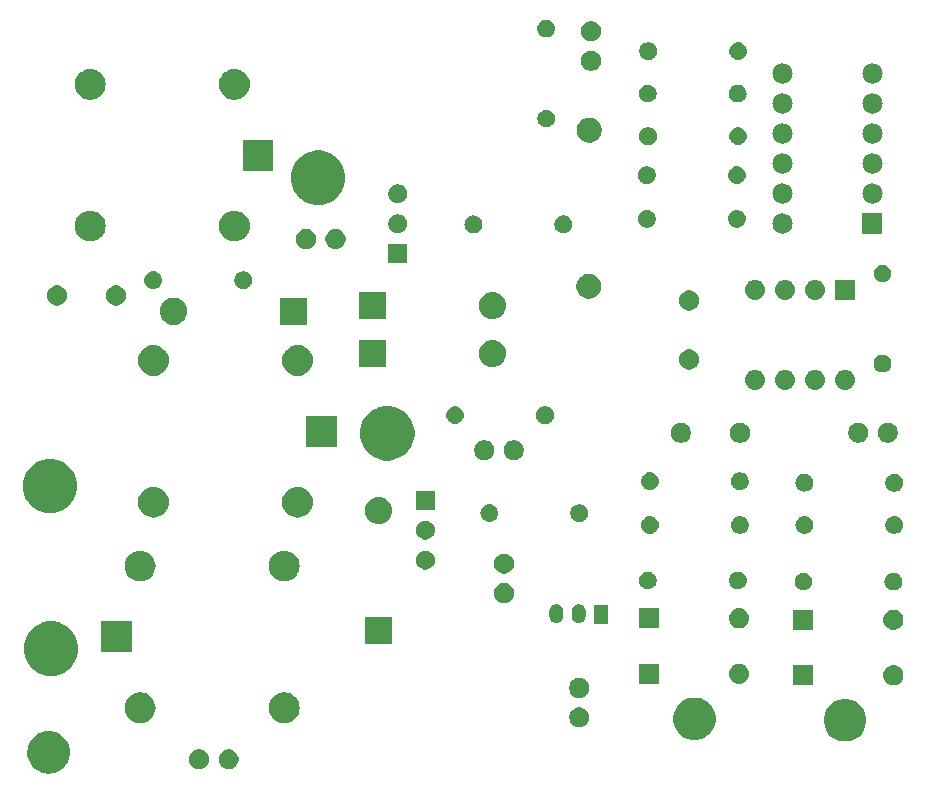
<source format=gbr>
G04 #@! TF.GenerationSoftware,KiCad,Pcbnew,5.1.4-e60b266~84~ubuntu18.04.1*
G04 #@! TF.CreationDate,2019-11-08T12:31:21-03:00*
G04 #@! TF.ProjectId,DriverConSensor,44726976-6572-4436-9f6e-53656e736f72,Ribelotta-Perren*
G04 #@! TF.SameCoordinates,Original*
G04 #@! TF.FileFunction,Soldermask,Top*
G04 #@! TF.FilePolarity,Negative*
%FSLAX46Y46*%
G04 Gerber Fmt 4.6, Leading zero omitted, Abs format (unit mm)*
G04 Created by KiCad (PCBNEW 5.1.4-e60b266~84~ubuntu18.04.1) date 2019-11-08 12:31:21*
%MOMM*%
%LPD*%
G04 APERTURE LIST*
%ADD10C,0.100000*%
G04 APERTURE END LIST*
D10*
G36*
X116401905Y-124458789D02*
G01*
X116700350Y-124518153D01*
X117028122Y-124653921D01*
X117323109Y-124851025D01*
X117573975Y-125101891D01*
X117771079Y-125396878D01*
X117906847Y-125724650D01*
X117961418Y-125999000D01*
X117976060Y-126072610D01*
X117976060Y-126427390D01*
X117966211Y-126476905D01*
X117906847Y-126775350D01*
X117771079Y-127103122D01*
X117573975Y-127398109D01*
X117323109Y-127648975D01*
X117028122Y-127846079D01*
X116700350Y-127981847D01*
X116401905Y-128041211D01*
X116352390Y-128051060D01*
X115997610Y-128051060D01*
X115948095Y-128041211D01*
X115649650Y-127981847D01*
X115321878Y-127846079D01*
X115026891Y-127648975D01*
X114776025Y-127398109D01*
X114578921Y-127103122D01*
X114443153Y-126775350D01*
X114383789Y-126476905D01*
X114373940Y-126427390D01*
X114373940Y-126072610D01*
X114388582Y-125999000D01*
X114443153Y-125724650D01*
X114578921Y-125396878D01*
X114776025Y-125101891D01*
X115026891Y-124851025D01*
X115321878Y-124653921D01*
X115649650Y-124518153D01*
X115948095Y-124458789D01*
X115997610Y-124448940D01*
X116352390Y-124448940D01*
X116401905Y-124458789D01*
X116401905Y-124458789D01*
G37*
G36*
X131658228Y-126031703D02*
G01*
X131813100Y-126095853D01*
X131952481Y-126188985D01*
X132071015Y-126307519D01*
X132164147Y-126446900D01*
X132228297Y-126601772D01*
X132261000Y-126766184D01*
X132261000Y-126933816D01*
X132228297Y-127098228D01*
X132164147Y-127253100D01*
X132071015Y-127392481D01*
X131952481Y-127511015D01*
X131813100Y-127604147D01*
X131658228Y-127668297D01*
X131493816Y-127701000D01*
X131326184Y-127701000D01*
X131161772Y-127668297D01*
X131006900Y-127604147D01*
X130867519Y-127511015D01*
X130748985Y-127392481D01*
X130655853Y-127253100D01*
X130591703Y-127098228D01*
X130559000Y-126933816D01*
X130559000Y-126766184D01*
X130591703Y-126601772D01*
X130655853Y-126446900D01*
X130748985Y-126307519D01*
X130867519Y-126188985D01*
X131006900Y-126095853D01*
X131161772Y-126031703D01*
X131326184Y-125999000D01*
X131493816Y-125999000D01*
X131658228Y-126031703D01*
X131658228Y-126031703D01*
G37*
G36*
X129158228Y-126031703D02*
G01*
X129313100Y-126095853D01*
X129452481Y-126188985D01*
X129571015Y-126307519D01*
X129664147Y-126446900D01*
X129728297Y-126601772D01*
X129761000Y-126766184D01*
X129761000Y-126933816D01*
X129728297Y-127098228D01*
X129664147Y-127253100D01*
X129571015Y-127392481D01*
X129452481Y-127511015D01*
X129313100Y-127604147D01*
X129158228Y-127668297D01*
X128993816Y-127701000D01*
X128826184Y-127701000D01*
X128661772Y-127668297D01*
X128506900Y-127604147D01*
X128367519Y-127511015D01*
X128248985Y-127392481D01*
X128155853Y-127253100D01*
X128091703Y-127098228D01*
X128059000Y-126933816D01*
X128059000Y-126766184D01*
X128091703Y-126601772D01*
X128155853Y-126446900D01*
X128248985Y-126307519D01*
X128367519Y-126188985D01*
X128506900Y-126095853D01*
X128661772Y-126031703D01*
X128826184Y-125999000D01*
X128993816Y-125999000D01*
X129158228Y-126031703D01*
X129158228Y-126031703D01*
G37*
G36*
X183826905Y-121733789D02*
G01*
X184125350Y-121793153D01*
X184453122Y-121928921D01*
X184748109Y-122126025D01*
X184998975Y-122376891D01*
X185196079Y-122671878D01*
X185331847Y-122999650D01*
X185401060Y-123347611D01*
X185401060Y-123702389D01*
X185331847Y-124050350D01*
X185196079Y-124378122D01*
X184998975Y-124673109D01*
X184748109Y-124923975D01*
X184453122Y-125121079D01*
X184125350Y-125256847D01*
X183826905Y-125316211D01*
X183777390Y-125326060D01*
X183422610Y-125326060D01*
X183373095Y-125316211D01*
X183074650Y-125256847D01*
X182746878Y-125121079D01*
X182451891Y-124923975D01*
X182201025Y-124673109D01*
X182003921Y-124378122D01*
X181868153Y-124050350D01*
X181798940Y-123702389D01*
X181798940Y-123347611D01*
X181868153Y-122999650D01*
X182003921Y-122671878D01*
X182201025Y-122376891D01*
X182451891Y-122126025D01*
X182746878Y-121928921D01*
X183074650Y-121793153D01*
X183373095Y-121733789D01*
X183422610Y-121723940D01*
X183777390Y-121723940D01*
X183826905Y-121733789D01*
X183826905Y-121733789D01*
G37*
G36*
X171076905Y-121633789D02*
G01*
X171375350Y-121693153D01*
X171703122Y-121828921D01*
X171998109Y-122026025D01*
X172248975Y-122276891D01*
X172446079Y-122571878D01*
X172581847Y-122899650D01*
X172651060Y-123247611D01*
X172651060Y-123602389D01*
X172581847Y-123950350D01*
X172446079Y-124278122D01*
X172248975Y-124573109D01*
X171998109Y-124823975D01*
X171703122Y-125021079D01*
X171375350Y-125156847D01*
X171076905Y-125216211D01*
X171027390Y-125226060D01*
X170672610Y-125226060D01*
X170623095Y-125216211D01*
X170324650Y-125156847D01*
X169996878Y-125021079D01*
X169701891Y-124823975D01*
X169451025Y-124573109D01*
X169253921Y-124278122D01*
X169118153Y-123950350D01*
X169048940Y-123602389D01*
X169048940Y-123247611D01*
X169118153Y-122899650D01*
X169253921Y-122571878D01*
X169451025Y-122276891D01*
X169701891Y-122026025D01*
X169996878Y-121828921D01*
X170324650Y-121693153D01*
X170623095Y-121633789D01*
X170672610Y-121623940D01*
X171027390Y-121623940D01*
X171076905Y-121633789D01*
X171076905Y-121633789D01*
G37*
G36*
X161348228Y-122481703D02*
G01*
X161503100Y-122545853D01*
X161642481Y-122638985D01*
X161761015Y-122757519D01*
X161854147Y-122896900D01*
X161918297Y-123051772D01*
X161951000Y-123216184D01*
X161951000Y-123383816D01*
X161918297Y-123548228D01*
X161854147Y-123703100D01*
X161761015Y-123842481D01*
X161642481Y-123961015D01*
X161503100Y-124054147D01*
X161348228Y-124118297D01*
X161183816Y-124151000D01*
X161016184Y-124151000D01*
X160851772Y-124118297D01*
X160696900Y-124054147D01*
X160557519Y-123961015D01*
X160438985Y-123842481D01*
X160345853Y-123703100D01*
X160281703Y-123548228D01*
X160249000Y-123383816D01*
X160249000Y-123216184D01*
X160281703Y-123051772D01*
X160345853Y-122896900D01*
X160438985Y-122757519D01*
X160557519Y-122638985D01*
X160696900Y-122545853D01*
X160851772Y-122481703D01*
X161016184Y-122449000D01*
X161183816Y-122449000D01*
X161348228Y-122481703D01*
X161348228Y-122481703D01*
G37*
G36*
X124084472Y-121183412D02*
G01*
X124180040Y-121192825D01*
X124425280Y-121267218D01*
X124651294Y-121388025D01*
X124702899Y-121430376D01*
X124849397Y-121550603D01*
X124966384Y-121693153D01*
X125011975Y-121748706D01*
X125132782Y-121974720D01*
X125207175Y-122219960D01*
X125232294Y-122475000D01*
X125207175Y-122730040D01*
X125132782Y-122975280D01*
X125011975Y-123201294D01*
X124999755Y-123216184D01*
X124849397Y-123399397D01*
X124702899Y-123519624D01*
X124651294Y-123561975D01*
X124425280Y-123682782D01*
X124180040Y-123757175D01*
X124084472Y-123766588D01*
X123988906Y-123776000D01*
X123861094Y-123776000D01*
X123765528Y-123766588D01*
X123669960Y-123757175D01*
X123424720Y-123682782D01*
X123198706Y-123561975D01*
X123147101Y-123519624D01*
X123000603Y-123399397D01*
X122850245Y-123216184D01*
X122838025Y-123201294D01*
X122717218Y-122975280D01*
X122642825Y-122730040D01*
X122617706Y-122475000D01*
X122642825Y-122219960D01*
X122717218Y-121974720D01*
X122838025Y-121748706D01*
X122883616Y-121693153D01*
X123000603Y-121550603D01*
X123147101Y-121430376D01*
X123198706Y-121388025D01*
X123424720Y-121267218D01*
X123669960Y-121192825D01*
X123765528Y-121183412D01*
X123861094Y-121174000D01*
X123988906Y-121174000D01*
X124084472Y-121183412D01*
X124084472Y-121183412D01*
G37*
G36*
X136284472Y-121183412D02*
G01*
X136380040Y-121192825D01*
X136625280Y-121267218D01*
X136851294Y-121388025D01*
X136902899Y-121430376D01*
X137049397Y-121550603D01*
X137166384Y-121693153D01*
X137211975Y-121748706D01*
X137332782Y-121974720D01*
X137407175Y-122219960D01*
X137432294Y-122475000D01*
X137407175Y-122730040D01*
X137332782Y-122975280D01*
X137211975Y-123201294D01*
X137199755Y-123216184D01*
X137049397Y-123399397D01*
X136902899Y-123519624D01*
X136851294Y-123561975D01*
X136625280Y-123682782D01*
X136380040Y-123757175D01*
X136284472Y-123766588D01*
X136188906Y-123776000D01*
X136061094Y-123776000D01*
X135965528Y-123766588D01*
X135869960Y-123757175D01*
X135624720Y-123682782D01*
X135398706Y-123561975D01*
X135347101Y-123519624D01*
X135200603Y-123399397D01*
X135050245Y-123216184D01*
X135038025Y-123201294D01*
X134917218Y-122975280D01*
X134842825Y-122730040D01*
X134817706Y-122475000D01*
X134842825Y-122219960D01*
X134917218Y-121974720D01*
X135038025Y-121748706D01*
X135083616Y-121693153D01*
X135200603Y-121550603D01*
X135347101Y-121430376D01*
X135398706Y-121388025D01*
X135624720Y-121267218D01*
X135869960Y-121192825D01*
X135965528Y-121183412D01*
X136061094Y-121174000D01*
X136188906Y-121174000D01*
X136284472Y-121183412D01*
X136284472Y-121183412D01*
G37*
G36*
X161348228Y-119981703D02*
G01*
X161503100Y-120045853D01*
X161642481Y-120138985D01*
X161761015Y-120257519D01*
X161854147Y-120396900D01*
X161918297Y-120551772D01*
X161951000Y-120716184D01*
X161951000Y-120883816D01*
X161918297Y-121048228D01*
X161854147Y-121203100D01*
X161761015Y-121342481D01*
X161642481Y-121461015D01*
X161503100Y-121554147D01*
X161348228Y-121618297D01*
X161183816Y-121651000D01*
X161016184Y-121651000D01*
X160851772Y-121618297D01*
X160696900Y-121554147D01*
X160557519Y-121461015D01*
X160438985Y-121342481D01*
X160345853Y-121203100D01*
X160281703Y-121048228D01*
X160249000Y-120883816D01*
X160249000Y-120716184D01*
X160281703Y-120551772D01*
X160345853Y-120396900D01*
X160438985Y-120257519D01*
X160557519Y-120138985D01*
X160696900Y-120045853D01*
X160851772Y-119981703D01*
X161016184Y-119949000D01*
X161183816Y-119949000D01*
X161348228Y-119981703D01*
X161348228Y-119981703D01*
G37*
G36*
X180926000Y-120576000D02*
G01*
X179224000Y-120576000D01*
X179224000Y-118874000D01*
X180926000Y-118874000D01*
X180926000Y-120576000D01*
X180926000Y-120576000D01*
G37*
G36*
X187861823Y-118886313D02*
G01*
X188022242Y-118934976D01*
X188135177Y-118995341D01*
X188170078Y-119013996D01*
X188299659Y-119120341D01*
X188406004Y-119249922D01*
X188406005Y-119249924D01*
X188485024Y-119397758D01*
X188533687Y-119558177D01*
X188550117Y-119725000D01*
X188533687Y-119891823D01*
X188485024Y-120052242D01*
X188438659Y-120138985D01*
X188406004Y-120200078D01*
X188299659Y-120329659D01*
X188170078Y-120436004D01*
X188170076Y-120436005D01*
X188022242Y-120515024D01*
X187861823Y-120563687D01*
X187736804Y-120576000D01*
X187653196Y-120576000D01*
X187528177Y-120563687D01*
X187367758Y-120515024D01*
X187219924Y-120436005D01*
X187219922Y-120436004D01*
X187090341Y-120329659D01*
X186983996Y-120200078D01*
X186951341Y-120138985D01*
X186904976Y-120052242D01*
X186856313Y-119891823D01*
X186839883Y-119725000D01*
X186856313Y-119558177D01*
X186904976Y-119397758D01*
X186983995Y-119249924D01*
X186983996Y-119249922D01*
X187090341Y-119120341D01*
X187219922Y-119013996D01*
X187254823Y-118995341D01*
X187367758Y-118934976D01*
X187528177Y-118886313D01*
X187653196Y-118874000D01*
X187736804Y-118874000D01*
X187861823Y-118886313D01*
X187861823Y-118886313D01*
G37*
G36*
X167851000Y-120451000D02*
G01*
X166149000Y-120451000D01*
X166149000Y-118749000D01*
X167851000Y-118749000D01*
X167851000Y-120451000D01*
X167851000Y-120451000D01*
G37*
G36*
X174786823Y-118761313D02*
G01*
X174947242Y-118809976D01*
X175067022Y-118874000D01*
X175095078Y-118888996D01*
X175224659Y-118995341D01*
X175331004Y-119124922D01*
X175331005Y-119124924D01*
X175410024Y-119272758D01*
X175458687Y-119433177D01*
X175475117Y-119600000D01*
X175458687Y-119766823D01*
X175410024Y-119927242D01*
X175398394Y-119949000D01*
X175331004Y-120075078D01*
X175224659Y-120204659D01*
X175095078Y-120311004D01*
X175095076Y-120311005D01*
X174947242Y-120390024D01*
X174786823Y-120438687D01*
X174661804Y-120451000D01*
X174578196Y-120451000D01*
X174453177Y-120438687D01*
X174292758Y-120390024D01*
X174144924Y-120311005D01*
X174144922Y-120311004D01*
X174015341Y-120204659D01*
X173908996Y-120075078D01*
X173841606Y-119949000D01*
X173829976Y-119927242D01*
X173781313Y-119766823D01*
X173764883Y-119600000D01*
X173781313Y-119433177D01*
X173829976Y-119272758D01*
X173908995Y-119124924D01*
X173908996Y-119124922D01*
X174015341Y-118995341D01*
X174144922Y-118888996D01*
X174172978Y-118874000D01*
X174292758Y-118809976D01*
X174453177Y-118761313D01*
X174578196Y-118749000D01*
X174661804Y-118749000D01*
X174786823Y-118761313D01*
X174786823Y-118761313D01*
G37*
G36*
X117046304Y-115262002D02*
G01*
X117465139Y-115435489D01*
X117465141Y-115435490D01*
X117654891Y-115562277D01*
X117842082Y-115687354D01*
X118162646Y-116007918D01*
X118414511Y-116384861D01*
X118587998Y-116803696D01*
X118676440Y-117248327D01*
X118676440Y-117701673D01*
X118587998Y-118146304D01*
X118414511Y-118565139D01*
X118162646Y-118942082D01*
X117842082Y-119262646D01*
X117654891Y-119387723D01*
X117465141Y-119514510D01*
X117465140Y-119514511D01*
X117465139Y-119514511D01*
X117046304Y-119687998D01*
X116601673Y-119776440D01*
X116148327Y-119776440D01*
X115703696Y-119687998D01*
X115284861Y-119514511D01*
X115284860Y-119514511D01*
X115284859Y-119514510D01*
X115095109Y-119387723D01*
X114907918Y-119262646D01*
X114587354Y-118942082D01*
X114335489Y-118565139D01*
X114162002Y-118146304D01*
X114073560Y-117701673D01*
X114073560Y-117248327D01*
X114162002Y-116803696D01*
X114335489Y-116384861D01*
X114587354Y-116007918D01*
X114907918Y-115687354D01*
X115095109Y-115562277D01*
X115284859Y-115435490D01*
X115284861Y-115435489D01*
X115703696Y-115262002D01*
X116148327Y-115173560D01*
X116601673Y-115173560D01*
X117046304Y-115262002D01*
X117046304Y-115262002D01*
G37*
G36*
X123226000Y-117776000D02*
G01*
X120624000Y-117776000D01*
X120624000Y-115174000D01*
X123226000Y-115174000D01*
X123226000Y-117776000D01*
X123226000Y-117776000D01*
G37*
G36*
X145276000Y-117101000D02*
G01*
X142974000Y-117101000D01*
X142974000Y-114799000D01*
X145276000Y-114799000D01*
X145276000Y-117101000D01*
X145276000Y-117101000D01*
G37*
G36*
X187861823Y-114186313D02*
G01*
X188022242Y-114234976D01*
X188044198Y-114246712D01*
X188170078Y-114313996D01*
X188299659Y-114420341D01*
X188406004Y-114549922D01*
X188406005Y-114549924D01*
X188485024Y-114697758D01*
X188533687Y-114858177D01*
X188550117Y-115025000D01*
X188533687Y-115191823D01*
X188485024Y-115352242D01*
X188440527Y-115435490D01*
X188406004Y-115500078D01*
X188299659Y-115629659D01*
X188170078Y-115736004D01*
X188170076Y-115736005D01*
X188022242Y-115815024D01*
X187861823Y-115863687D01*
X187736804Y-115876000D01*
X187653196Y-115876000D01*
X187528177Y-115863687D01*
X187367758Y-115815024D01*
X187219924Y-115736005D01*
X187219922Y-115736004D01*
X187090341Y-115629659D01*
X186983996Y-115500078D01*
X186949473Y-115435490D01*
X186904976Y-115352242D01*
X186856313Y-115191823D01*
X186839883Y-115025000D01*
X186856313Y-114858177D01*
X186904976Y-114697758D01*
X186983995Y-114549924D01*
X186983996Y-114549922D01*
X187090341Y-114420341D01*
X187219922Y-114313996D01*
X187345802Y-114246712D01*
X187367758Y-114234976D01*
X187528177Y-114186313D01*
X187653196Y-114174000D01*
X187736804Y-114174000D01*
X187861823Y-114186313D01*
X187861823Y-114186313D01*
G37*
G36*
X180926000Y-115876000D02*
G01*
X179224000Y-115876000D01*
X179224000Y-114174000D01*
X180926000Y-114174000D01*
X180926000Y-115876000D01*
X180926000Y-115876000D01*
G37*
G36*
X174786823Y-114061313D02*
G01*
X174947242Y-114109976D01*
X175044729Y-114162084D01*
X175095078Y-114188996D01*
X175224659Y-114295341D01*
X175331004Y-114424922D01*
X175331005Y-114424924D01*
X175410024Y-114572758D01*
X175458687Y-114733177D01*
X175475117Y-114900000D01*
X175458687Y-115066823D01*
X175410024Y-115227242D01*
X175375054Y-115292666D01*
X175331004Y-115375078D01*
X175224659Y-115504659D01*
X175095078Y-115611004D01*
X175095076Y-115611005D01*
X174947242Y-115690024D01*
X174786823Y-115738687D01*
X174661804Y-115751000D01*
X174578196Y-115751000D01*
X174453177Y-115738687D01*
X174292758Y-115690024D01*
X174144924Y-115611005D01*
X174144922Y-115611004D01*
X174015341Y-115504659D01*
X173908996Y-115375078D01*
X173864946Y-115292666D01*
X173829976Y-115227242D01*
X173781313Y-115066823D01*
X173764883Y-114900000D01*
X173781313Y-114733177D01*
X173829976Y-114572758D01*
X173908995Y-114424924D01*
X173908996Y-114424922D01*
X174015341Y-114295341D01*
X174144922Y-114188996D01*
X174195271Y-114162084D01*
X174292758Y-114109976D01*
X174453177Y-114061313D01*
X174578196Y-114049000D01*
X174661804Y-114049000D01*
X174786823Y-114061313D01*
X174786823Y-114061313D01*
G37*
G36*
X167851000Y-115751000D02*
G01*
X166149000Y-115751000D01*
X166149000Y-114049000D01*
X167851000Y-114049000D01*
X167851000Y-115751000D01*
X167851000Y-115751000D01*
G37*
G36*
X163523300Y-115351800D02*
G01*
X162371300Y-115351800D01*
X162371300Y-113749800D01*
X163523300Y-113749800D01*
X163523300Y-115351800D01*
X163523300Y-115351800D01*
G37*
G36*
X161167916Y-113707334D02*
G01*
X161276492Y-113740271D01*
X161276495Y-113740272D01*
X161294320Y-113749800D01*
X161376557Y-113793756D01*
X161464264Y-113865736D01*
X161536244Y-113953443D01*
X161570429Y-114017399D01*
X161589728Y-114053505D01*
X161589729Y-114053508D01*
X161622666Y-114162084D01*
X161631000Y-114246703D01*
X161631000Y-114753298D01*
X161622666Y-114837916D01*
X161589729Y-114946491D01*
X161589728Y-114946495D01*
X161570429Y-114982601D01*
X161536244Y-115046557D01*
X161464264Y-115134264D01*
X161376556Y-115206244D01*
X161312600Y-115240429D01*
X161276494Y-115259728D01*
X161276491Y-115259729D01*
X161167915Y-115292666D01*
X161055000Y-115303787D01*
X160942084Y-115292666D01*
X160833508Y-115259729D01*
X160833505Y-115259728D01*
X160797399Y-115240429D01*
X160733443Y-115206244D01*
X160645736Y-115134264D01*
X160573756Y-115046556D01*
X160520273Y-114946495D01*
X160520272Y-114946494D01*
X160506168Y-114900000D01*
X160487334Y-114837915D01*
X160479000Y-114753297D01*
X160479000Y-114246702D01*
X160487334Y-114162084D01*
X160520271Y-114053508D01*
X160520272Y-114053505D01*
X160573756Y-113953445D01*
X160573757Y-113953443D01*
X160645737Y-113865736D01*
X160733444Y-113793756D01*
X160815681Y-113749800D01*
X160833506Y-113740272D01*
X160833509Y-113740271D01*
X160942085Y-113707334D01*
X161055000Y-113696213D01*
X161167916Y-113707334D01*
X161167916Y-113707334D01*
G37*
G36*
X159262916Y-113707334D02*
G01*
X159371492Y-113740271D01*
X159371495Y-113740272D01*
X159389320Y-113749800D01*
X159471557Y-113793756D01*
X159559264Y-113865736D01*
X159631244Y-113953443D01*
X159665429Y-114017399D01*
X159684728Y-114053505D01*
X159684729Y-114053508D01*
X159717666Y-114162084D01*
X159726000Y-114246703D01*
X159726000Y-114753298D01*
X159717666Y-114837916D01*
X159684729Y-114946491D01*
X159684728Y-114946495D01*
X159665429Y-114982601D01*
X159631244Y-115046557D01*
X159559264Y-115134264D01*
X159471556Y-115206244D01*
X159407600Y-115240429D01*
X159371494Y-115259728D01*
X159371491Y-115259729D01*
X159262915Y-115292666D01*
X159150000Y-115303787D01*
X159037084Y-115292666D01*
X158928508Y-115259729D01*
X158928505Y-115259728D01*
X158892399Y-115240429D01*
X158828443Y-115206244D01*
X158740736Y-115134264D01*
X158668756Y-115046556D01*
X158615273Y-114946495D01*
X158615272Y-114946494D01*
X158601168Y-114900000D01*
X158582334Y-114837915D01*
X158574000Y-114753297D01*
X158574000Y-114246702D01*
X158582334Y-114162084D01*
X158615271Y-114053508D01*
X158615272Y-114053505D01*
X158668756Y-113953445D01*
X158668757Y-113953443D01*
X158740737Y-113865736D01*
X158828444Y-113793756D01*
X158910681Y-113749800D01*
X158928506Y-113740272D01*
X158928509Y-113740271D01*
X159037085Y-113707334D01*
X159150000Y-113696213D01*
X159262916Y-113707334D01*
X159262916Y-113707334D01*
G37*
G36*
X154973228Y-111956703D02*
G01*
X155128100Y-112020853D01*
X155267481Y-112113985D01*
X155386015Y-112232519D01*
X155479147Y-112371900D01*
X155543297Y-112526772D01*
X155576000Y-112691184D01*
X155576000Y-112858816D01*
X155543297Y-113023228D01*
X155479147Y-113178100D01*
X155386015Y-113317481D01*
X155267481Y-113436015D01*
X155128100Y-113529147D01*
X154973228Y-113593297D01*
X154808816Y-113626000D01*
X154641184Y-113626000D01*
X154476772Y-113593297D01*
X154321900Y-113529147D01*
X154182519Y-113436015D01*
X154063985Y-113317481D01*
X153970853Y-113178100D01*
X153906703Y-113023228D01*
X153874000Y-112858816D01*
X153874000Y-112691184D01*
X153906703Y-112526772D01*
X153970853Y-112371900D01*
X154063985Y-112232519D01*
X154182519Y-112113985D01*
X154321900Y-112020853D01*
X154476772Y-111956703D01*
X154641184Y-111924000D01*
X154808816Y-111924000D01*
X154973228Y-111956703D01*
X154973228Y-111956703D01*
G37*
G36*
X180294059Y-111077860D02*
G01*
X180354294Y-111102810D01*
X180430732Y-111134472D01*
X180553735Y-111216660D01*
X180658340Y-111321265D01*
X180718442Y-111411214D01*
X180740529Y-111444270D01*
X180797140Y-111580941D01*
X180826000Y-111726032D01*
X180826000Y-111873968D01*
X180797140Y-112019059D01*
X180755640Y-112119250D01*
X180740528Y-112155732D01*
X180658340Y-112278735D01*
X180553735Y-112383340D01*
X180430732Y-112465528D01*
X180430731Y-112465529D01*
X180430730Y-112465529D01*
X180294059Y-112522140D01*
X180148968Y-112551000D01*
X180001032Y-112551000D01*
X179855941Y-112522140D01*
X179719270Y-112465529D01*
X179719269Y-112465529D01*
X179719268Y-112465528D01*
X179596265Y-112383340D01*
X179491660Y-112278735D01*
X179409472Y-112155732D01*
X179394361Y-112119250D01*
X179352860Y-112019059D01*
X179324000Y-111873968D01*
X179324000Y-111726032D01*
X179352860Y-111580941D01*
X179409471Y-111444270D01*
X179431558Y-111411214D01*
X179491660Y-111321265D01*
X179596265Y-111216660D01*
X179719268Y-111134472D01*
X179795707Y-111102810D01*
X179855941Y-111077860D01*
X180001032Y-111049000D01*
X180148968Y-111049000D01*
X180294059Y-111077860D01*
X180294059Y-111077860D01*
G37*
G36*
X187768665Y-111052622D02*
G01*
X187842222Y-111059867D01*
X187983786Y-111102810D01*
X187983788Y-111102811D01*
X188009697Y-111116660D01*
X188114252Y-111172546D01*
X188144040Y-111196992D01*
X188228607Y-111266393D01*
X188292516Y-111344268D01*
X188322454Y-111380748D01*
X188392190Y-111511214D01*
X188435133Y-111652778D01*
X188449633Y-111800000D01*
X188435133Y-111947222D01*
X188392190Y-112088786D01*
X188392189Y-112088788D01*
X188357322Y-112154019D01*
X188322454Y-112219252D01*
X188311566Y-112232519D01*
X188228607Y-112333607D01*
X188168004Y-112383341D01*
X188114252Y-112427454D01*
X187983786Y-112497190D01*
X187842222Y-112540133D01*
X187768665Y-112547378D01*
X187731888Y-112551000D01*
X187658112Y-112551000D01*
X187621335Y-112547378D01*
X187547778Y-112540133D01*
X187406214Y-112497190D01*
X187275748Y-112427454D01*
X187221996Y-112383341D01*
X187161393Y-112333607D01*
X187078434Y-112232519D01*
X187067546Y-112219252D01*
X187032678Y-112154019D01*
X186997811Y-112088788D01*
X186997810Y-112088786D01*
X186954867Y-111947222D01*
X186940367Y-111800000D01*
X186954867Y-111652778D01*
X186997810Y-111511214D01*
X187067546Y-111380748D01*
X187097484Y-111344268D01*
X187161393Y-111266393D01*
X187245960Y-111196992D01*
X187275748Y-111172546D01*
X187380303Y-111116660D01*
X187406212Y-111102811D01*
X187406214Y-111102810D01*
X187547778Y-111059867D01*
X187621335Y-111052622D01*
X187658112Y-111049000D01*
X187731888Y-111049000D01*
X187768665Y-111052622D01*
X187768665Y-111052622D01*
G37*
G36*
X174593665Y-110952622D02*
G01*
X174667222Y-110959867D01*
X174808786Y-111002810D01*
X174939252Y-111072546D01*
X174945727Y-111077860D01*
X175053607Y-111166393D01*
X175123008Y-111250960D01*
X175147454Y-111280748D01*
X175147455Y-111280750D01*
X175200906Y-111380748D01*
X175217190Y-111411214D01*
X175260133Y-111552778D01*
X175274633Y-111700000D01*
X175260133Y-111847222D01*
X175217190Y-111988786D01*
X175147454Y-112119252D01*
X175123008Y-112149040D01*
X175053607Y-112233607D01*
X174993004Y-112283341D01*
X174939252Y-112327454D01*
X174939250Y-112327455D01*
X174834696Y-112383341D01*
X174808786Y-112397190D01*
X174667222Y-112440133D01*
X174593665Y-112447378D01*
X174556888Y-112451000D01*
X174483112Y-112451000D01*
X174446335Y-112447378D01*
X174372778Y-112440133D01*
X174231214Y-112397190D01*
X174205305Y-112383341D01*
X174100750Y-112327455D01*
X174100748Y-112327454D01*
X174046996Y-112283341D01*
X173986393Y-112233607D01*
X173916992Y-112149040D01*
X173892546Y-112119252D01*
X173822810Y-111988786D01*
X173779867Y-111847222D01*
X173765367Y-111700000D01*
X173779867Y-111552778D01*
X173822810Y-111411214D01*
X173839095Y-111380748D01*
X173892545Y-111280750D01*
X173892546Y-111280748D01*
X173916992Y-111250960D01*
X173986393Y-111166393D01*
X174094273Y-111077860D01*
X174100748Y-111072546D01*
X174231214Y-111002810D01*
X174372778Y-110959867D01*
X174446335Y-110952622D01*
X174483112Y-110949000D01*
X174556888Y-110949000D01*
X174593665Y-110952622D01*
X174593665Y-110952622D01*
G37*
G36*
X167119059Y-110977860D02*
G01*
X167242877Y-111029147D01*
X167255732Y-111034472D01*
X167378735Y-111116660D01*
X167483340Y-111221265D01*
X167550158Y-111321265D01*
X167565529Y-111344270D01*
X167622140Y-111480941D01*
X167651000Y-111626032D01*
X167651000Y-111773968D01*
X167622140Y-111919059D01*
X167579976Y-112020853D01*
X167565528Y-112055732D01*
X167483340Y-112178735D01*
X167378735Y-112283340D01*
X167255732Y-112365528D01*
X167255731Y-112365529D01*
X167255730Y-112365529D01*
X167119059Y-112422140D01*
X166973968Y-112451000D01*
X166826032Y-112451000D01*
X166680941Y-112422140D01*
X166544270Y-112365529D01*
X166544269Y-112365529D01*
X166544268Y-112365528D01*
X166421265Y-112283340D01*
X166316660Y-112178735D01*
X166234472Y-112055732D01*
X166220025Y-112020853D01*
X166177860Y-111919059D01*
X166149000Y-111773968D01*
X166149000Y-111626032D01*
X166177860Y-111480941D01*
X166234471Y-111344270D01*
X166249842Y-111321265D01*
X166316660Y-111221265D01*
X166421265Y-111116660D01*
X166544268Y-111034472D01*
X166557124Y-111029147D01*
X166680941Y-110977860D01*
X166826032Y-110949000D01*
X166973968Y-110949000D01*
X167119059Y-110977860D01*
X167119059Y-110977860D01*
G37*
G36*
X136284473Y-109183413D02*
G01*
X136380040Y-109192825D01*
X136625280Y-109267218D01*
X136851294Y-109388025D01*
X136895129Y-109424000D01*
X137049397Y-109550603D01*
X137169624Y-109697101D01*
X137211975Y-109748706D01*
X137332782Y-109974720D01*
X137407175Y-110219960D01*
X137432294Y-110475000D01*
X137407175Y-110730040D01*
X137401054Y-110750219D01*
X137332781Y-110975282D01*
X137303989Y-111029148D01*
X137211975Y-111201294D01*
X137199365Y-111216659D01*
X137049397Y-111399397D01*
X136950034Y-111480941D01*
X136851294Y-111561975D01*
X136625280Y-111682782D01*
X136380040Y-111757175D01*
X136284472Y-111766588D01*
X136188906Y-111776000D01*
X136061094Y-111776000D01*
X135965528Y-111766588D01*
X135869960Y-111757175D01*
X135624720Y-111682782D01*
X135398706Y-111561975D01*
X135299966Y-111480941D01*
X135200603Y-111399397D01*
X135050635Y-111216659D01*
X135038025Y-111201294D01*
X134946011Y-111029148D01*
X134917219Y-110975282D01*
X134848947Y-110750219D01*
X134842825Y-110730040D01*
X134817706Y-110475000D01*
X134842825Y-110219960D01*
X134917218Y-109974720D01*
X135038025Y-109748706D01*
X135080376Y-109697101D01*
X135200603Y-109550603D01*
X135354871Y-109424000D01*
X135398706Y-109388025D01*
X135624720Y-109267218D01*
X135869960Y-109192825D01*
X135965527Y-109183413D01*
X136061094Y-109174000D01*
X136188906Y-109174000D01*
X136284473Y-109183413D01*
X136284473Y-109183413D01*
G37*
G36*
X124084473Y-109183413D02*
G01*
X124180040Y-109192825D01*
X124425280Y-109267218D01*
X124651294Y-109388025D01*
X124695129Y-109424000D01*
X124849397Y-109550603D01*
X124969624Y-109697101D01*
X125011975Y-109748706D01*
X125132782Y-109974720D01*
X125207175Y-110219960D01*
X125232294Y-110475000D01*
X125207175Y-110730040D01*
X125201054Y-110750219D01*
X125132781Y-110975282D01*
X125103989Y-111029148D01*
X125011975Y-111201294D01*
X124999365Y-111216659D01*
X124849397Y-111399397D01*
X124750034Y-111480941D01*
X124651294Y-111561975D01*
X124425280Y-111682782D01*
X124180040Y-111757175D01*
X124084472Y-111766588D01*
X123988906Y-111776000D01*
X123861094Y-111776000D01*
X123765528Y-111766588D01*
X123669960Y-111757175D01*
X123424720Y-111682782D01*
X123198706Y-111561975D01*
X123099966Y-111480941D01*
X123000603Y-111399397D01*
X122850635Y-111216659D01*
X122838025Y-111201294D01*
X122746011Y-111029148D01*
X122717219Y-110975282D01*
X122648947Y-110750219D01*
X122642825Y-110730040D01*
X122617706Y-110475000D01*
X122642825Y-110219960D01*
X122717218Y-109974720D01*
X122838025Y-109748706D01*
X122880376Y-109697101D01*
X123000603Y-109550603D01*
X123154871Y-109424000D01*
X123198706Y-109388025D01*
X123424720Y-109267218D01*
X123669960Y-109192825D01*
X123765527Y-109183413D01*
X123861094Y-109174000D01*
X123988906Y-109174000D01*
X124084473Y-109183413D01*
X124084473Y-109183413D01*
G37*
G36*
X154973228Y-109456703D02*
G01*
X155128100Y-109520853D01*
X155267481Y-109613985D01*
X155386015Y-109732519D01*
X155479147Y-109871900D01*
X155543297Y-110026772D01*
X155576000Y-110191184D01*
X155576000Y-110358816D01*
X155543297Y-110523228D01*
X155479147Y-110678100D01*
X155386015Y-110817481D01*
X155267481Y-110936015D01*
X155128100Y-111029147D01*
X154973228Y-111093297D01*
X154808816Y-111126000D01*
X154641184Y-111126000D01*
X154476772Y-111093297D01*
X154321900Y-111029147D01*
X154182519Y-110936015D01*
X154063985Y-110817481D01*
X153970853Y-110678100D01*
X153906703Y-110523228D01*
X153874000Y-110358816D01*
X153874000Y-110191184D01*
X153906703Y-110026772D01*
X153970853Y-109871900D01*
X154063985Y-109732519D01*
X154182519Y-109613985D01*
X154321900Y-109520853D01*
X154476772Y-109456703D01*
X154641184Y-109424000D01*
X154808816Y-109424000D01*
X154973228Y-109456703D01*
X154973228Y-109456703D01*
G37*
G36*
X148308642Y-109209781D02*
G01*
X148447309Y-109267219D01*
X148454416Y-109270163D01*
X148585608Y-109357822D01*
X148697178Y-109469392D01*
X148784837Y-109600584D01*
X148784838Y-109600586D01*
X148845219Y-109746358D01*
X148876000Y-109901107D01*
X148876000Y-110058893D01*
X148845219Y-110213642D01*
X148785086Y-110358815D01*
X148784837Y-110359416D01*
X148697178Y-110490608D01*
X148585608Y-110602178D01*
X148454416Y-110689837D01*
X148454415Y-110689838D01*
X148454414Y-110689838D01*
X148308642Y-110750219D01*
X148153893Y-110781000D01*
X147996107Y-110781000D01*
X147841358Y-110750219D01*
X147695586Y-110689838D01*
X147695585Y-110689838D01*
X147695584Y-110689837D01*
X147564392Y-110602178D01*
X147452822Y-110490608D01*
X147365163Y-110359416D01*
X147364914Y-110358815D01*
X147304781Y-110213642D01*
X147274000Y-110058893D01*
X147274000Y-109901107D01*
X147304781Y-109746358D01*
X147365162Y-109600586D01*
X147365163Y-109600584D01*
X147452822Y-109469392D01*
X147564392Y-109357822D01*
X147695584Y-109270163D01*
X147702691Y-109267219D01*
X147841358Y-109209781D01*
X147996107Y-109179000D01*
X148153893Y-109179000D01*
X148308642Y-109209781D01*
X148308642Y-109209781D01*
G37*
G36*
X148308642Y-106669781D02*
G01*
X148435047Y-106722140D01*
X148454416Y-106730163D01*
X148585608Y-106817822D01*
X148697178Y-106929392D01*
X148704934Y-106941000D01*
X148784838Y-107060586D01*
X148845219Y-107206358D01*
X148876000Y-107361107D01*
X148876000Y-107518893D01*
X148845219Y-107673642D01*
X148835465Y-107697189D01*
X148784837Y-107819416D01*
X148697178Y-107950608D01*
X148585608Y-108062178D01*
X148454416Y-108149837D01*
X148454415Y-108149838D01*
X148454414Y-108149838D01*
X148308642Y-108210219D01*
X148153893Y-108241000D01*
X147996107Y-108241000D01*
X147841358Y-108210219D01*
X147695586Y-108149838D01*
X147695585Y-108149838D01*
X147695584Y-108149837D01*
X147564392Y-108062178D01*
X147452822Y-107950608D01*
X147365163Y-107819416D01*
X147314535Y-107697189D01*
X147304781Y-107673642D01*
X147274000Y-107518893D01*
X147274000Y-107361107D01*
X147304781Y-107206358D01*
X147365162Y-107060586D01*
X147445066Y-106941000D01*
X147452822Y-106929392D01*
X147564392Y-106817822D01*
X147695584Y-106730163D01*
X147714953Y-106722140D01*
X147841358Y-106669781D01*
X147996107Y-106639000D01*
X148153893Y-106639000D01*
X148308642Y-106669781D01*
X148308642Y-106669781D01*
G37*
G36*
X167153665Y-106252622D02*
G01*
X167227222Y-106259867D01*
X167368786Y-106302810D01*
X167499252Y-106372546D01*
X167529040Y-106396992D01*
X167613607Y-106466393D01*
X167683008Y-106550960D01*
X167707454Y-106580748D01*
X167777190Y-106711214D01*
X167820133Y-106852778D01*
X167834633Y-107000000D01*
X167820133Y-107147222D01*
X167777190Y-107288786D01*
X167707454Y-107419252D01*
X167683008Y-107449040D01*
X167613607Y-107533607D01*
X167553004Y-107583341D01*
X167499252Y-107627454D01*
X167368786Y-107697190D01*
X167227222Y-107740133D01*
X167153665Y-107747378D01*
X167116888Y-107751000D01*
X167043112Y-107751000D01*
X167006335Y-107747378D01*
X166932778Y-107740133D01*
X166791214Y-107697190D01*
X166660748Y-107627454D01*
X166606996Y-107583341D01*
X166546393Y-107533607D01*
X166476992Y-107449040D01*
X166452546Y-107419252D01*
X166382810Y-107288786D01*
X166339867Y-107147222D01*
X166325367Y-107000000D01*
X166339867Y-106852778D01*
X166382810Y-106711214D01*
X166452546Y-106580748D01*
X166476992Y-106550960D01*
X166546393Y-106466393D01*
X166630960Y-106396992D01*
X166660748Y-106372546D01*
X166791214Y-106302810D01*
X166932778Y-106259867D01*
X167006335Y-106252622D01*
X167043112Y-106249000D01*
X167116888Y-106249000D01*
X167153665Y-106252622D01*
X167153665Y-106252622D01*
G37*
G36*
X180228665Y-106252622D02*
G01*
X180302222Y-106259867D01*
X180443786Y-106302810D01*
X180574252Y-106372546D01*
X180604040Y-106396992D01*
X180688607Y-106466393D01*
X180758008Y-106550960D01*
X180782454Y-106580748D01*
X180852190Y-106711214D01*
X180895133Y-106852778D01*
X180909633Y-107000000D01*
X180895133Y-107147222D01*
X180852190Y-107288786D01*
X180782454Y-107419252D01*
X180758008Y-107449040D01*
X180688607Y-107533607D01*
X180628004Y-107583341D01*
X180574252Y-107627454D01*
X180443786Y-107697190D01*
X180302222Y-107740133D01*
X180228665Y-107747378D01*
X180191888Y-107751000D01*
X180118112Y-107751000D01*
X180081335Y-107747378D01*
X180007778Y-107740133D01*
X179866214Y-107697190D01*
X179735748Y-107627454D01*
X179681996Y-107583341D01*
X179621393Y-107533607D01*
X179551992Y-107449040D01*
X179527546Y-107419252D01*
X179457810Y-107288786D01*
X179414867Y-107147222D01*
X179400367Y-107000000D01*
X179414867Y-106852778D01*
X179457810Y-106711214D01*
X179527546Y-106580748D01*
X179551992Y-106550960D01*
X179621393Y-106466393D01*
X179705960Y-106396992D01*
X179735748Y-106372546D01*
X179866214Y-106302810D01*
X180007778Y-106259867D01*
X180081335Y-106252622D01*
X180118112Y-106249000D01*
X180191888Y-106249000D01*
X180228665Y-106252622D01*
X180228665Y-106252622D01*
G37*
G36*
X187994059Y-106277860D02*
G01*
X188054294Y-106302810D01*
X188130732Y-106334472D01*
X188253735Y-106416660D01*
X188358340Y-106521265D01*
X188399817Y-106583340D01*
X188440529Y-106644270D01*
X188497140Y-106780941D01*
X188525665Y-106924346D01*
X188526000Y-106926033D01*
X188526000Y-107073967D01*
X188497140Y-107219059D01*
X188440528Y-107355732D01*
X188358340Y-107478735D01*
X188253735Y-107583340D01*
X188130732Y-107665528D01*
X188130731Y-107665529D01*
X188130730Y-107665529D01*
X187994059Y-107722140D01*
X187848968Y-107751000D01*
X187701032Y-107751000D01*
X187555941Y-107722140D01*
X187419270Y-107665529D01*
X187419269Y-107665529D01*
X187419268Y-107665528D01*
X187296265Y-107583340D01*
X187191660Y-107478735D01*
X187109472Y-107355732D01*
X187052860Y-107219059D01*
X187024000Y-107073967D01*
X187024000Y-106926033D01*
X187024336Y-106924346D01*
X187052860Y-106780941D01*
X187109471Y-106644270D01*
X187150183Y-106583340D01*
X187191660Y-106521265D01*
X187296265Y-106416660D01*
X187419268Y-106334472D01*
X187495707Y-106302810D01*
X187555941Y-106277860D01*
X187701032Y-106249000D01*
X187848968Y-106249000D01*
X187994059Y-106277860D01*
X187994059Y-106277860D01*
G37*
G36*
X174919059Y-106277860D02*
G01*
X174979294Y-106302810D01*
X175055732Y-106334472D01*
X175178735Y-106416660D01*
X175283340Y-106521265D01*
X175324817Y-106583340D01*
X175365529Y-106644270D01*
X175422140Y-106780941D01*
X175450665Y-106924346D01*
X175451000Y-106926033D01*
X175451000Y-107073967D01*
X175422140Y-107219059D01*
X175365528Y-107355732D01*
X175283340Y-107478735D01*
X175178735Y-107583340D01*
X175055732Y-107665528D01*
X175055731Y-107665529D01*
X175055730Y-107665529D01*
X174919059Y-107722140D01*
X174773968Y-107751000D01*
X174626032Y-107751000D01*
X174480941Y-107722140D01*
X174344270Y-107665529D01*
X174344269Y-107665529D01*
X174344268Y-107665528D01*
X174221265Y-107583340D01*
X174116660Y-107478735D01*
X174034472Y-107355732D01*
X173977860Y-107219059D01*
X173949000Y-107073967D01*
X173949000Y-106926033D01*
X173949336Y-106924346D01*
X173977860Y-106780941D01*
X174034471Y-106644270D01*
X174075183Y-106583340D01*
X174116660Y-106521265D01*
X174221265Y-106416660D01*
X174344268Y-106334472D01*
X174420707Y-106302810D01*
X174480941Y-106277860D01*
X174626032Y-106249000D01*
X174773968Y-106249000D01*
X174919059Y-106277860D01*
X174919059Y-106277860D01*
G37*
G36*
X144294271Y-104650103D02*
G01*
X144350635Y-104655654D01*
X144567600Y-104721470D01*
X144567602Y-104721471D01*
X144767555Y-104828347D01*
X144942818Y-104972182D01*
X145086653Y-105147445D01*
X145184251Y-105330040D01*
X145193530Y-105347400D01*
X145259346Y-105564365D01*
X145281569Y-105790000D01*
X145259346Y-106015635D01*
X145197638Y-106219059D01*
X145193529Y-106232602D01*
X145086653Y-106432555D01*
X144942818Y-106607818D01*
X144767555Y-106751653D01*
X144578361Y-106852778D01*
X144567600Y-106858530D01*
X144350635Y-106924346D01*
X144333506Y-106926033D01*
X144181545Y-106941000D01*
X144068455Y-106941000D01*
X143916494Y-106926033D01*
X143899365Y-106924346D01*
X143682400Y-106858530D01*
X143671639Y-106852778D01*
X143482445Y-106751653D01*
X143307182Y-106607818D01*
X143163347Y-106432555D01*
X143056471Y-106232602D01*
X143052363Y-106219059D01*
X142990654Y-106015635D01*
X142968431Y-105790000D01*
X142990654Y-105564365D01*
X143056470Y-105347400D01*
X143065749Y-105330040D01*
X143163347Y-105147445D01*
X143307182Y-104972182D01*
X143482445Y-104828347D01*
X143682398Y-104721471D01*
X143682400Y-104721470D01*
X143899365Y-104655654D01*
X143955729Y-104650103D01*
X144068455Y-104639000D01*
X144181545Y-104639000D01*
X144294271Y-104650103D01*
X144294271Y-104650103D01*
G37*
G36*
X153553665Y-105252622D02*
G01*
X153627222Y-105259867D01*
X153768786Y-105302810D01*
X153899252Y-105372546D01*
X153929040Y-105396992D01*
X154013607Y-105466393D01*
X154083008Y-105550960D01*
X154107454Y-105580748D01*
X154107455Y-105580750D01*
X154171731Y-105701000D01*
X154177190Y-105711214D01*
X154220133Y-105852778D01*
X154234633Y-106000000D01*
X154220133Y-106147222D01*
X154177190Y-106288786D01*
X154107454Y-106419252D01*
X154096536Y-106432555D01*
X154013607Y-106533607D01*
X153953004Y-106583341D01*
X153899252Y-106627454D01*
X153768786Y-106697190D01*
X153627222Y-106740133D01*
X153553665Y-106747378D01*
X153516888Y-106751000D01*
X153443112Y-106751000D01*
X153406335Y-106747378D01*
X153332778Y-106740133D01*
X153191214Y-106697190D01*
X153060748Y-106627454D01*
X153006996Y-106583341D01*
X152946393Y-106533607D01*
X152863464Y-106432555D01*
X152852546Y-106419252D01*
X152782810Y-106288786D01*
X152739867Y-106147222D01*
X152725367Y-106000000D01*
X152739867Y-105852778D01*
X152782810Y-105711214D01*
X152788270Y-105701000D01*
X152852545Y-105580750D01*
X152852546Y-105580748D01*
X152876992Y-105550960D01*
X152946393Y-105466393D01*
X153030960Y-105396992D01*
X153060748Y-105372546D01*
X153191214Y-105302810D01*
X153332778Y-105259867D01*
X153406335Y-105252622D01*
X153443112Y-105249000D01*
X153516888Y-105249000D01*
X153553665Y-105252622D01*
X153553665Y-105252622D01*
G37*
G36*
X161319059Y-105277860D02*
G01*
X161445033Y-105330040D01*
X161455732Y-105334472D01*
X161578735Y-105416660D01*
X161683340Y-105521265D01*
X161765528Y-105644268D01*
X161765529Y-105644270D01*
X161822140Y-105780941D01*
X161851000Y-105926032D01*
X161851000Y-106073968D01*
X161833494Y-106161976D01*
X161822140Y-106219059D01*
X161765528Y-106355732D01*
X161683340Y-106478735D01*
X161578735Y-106583340D01*
X161455732Y-106665528D01*
X161455731Y-106665529D01*
X161455730Y-106665529D01*
X161319059Y-106722140D01*
X161173968Y-106751000D01*
X161026032Y-106751000D01*
X160880941Y-106722140D01*
X160744270Y-106665529D01*
X160744269Y-106665529D01*
X160744268Y-106665528D01*
X160621265Y-106583340D01*
X160516660Y-106478735D01*
X160434472Y-106355732D01*
X160377860Y-106219059D01*
X160366506Y-106161976D01*
X160349000Y-106073968D01*
X160349000Y-105926032D01*
X160377860Y-105780941D01*
X160434471Y-105644270D01*
X160434472Y-105644268D01*
X160516660Y-105521265D01*
X160621265Y-105416660D01*
X160744268Y-105334472D01*
X160754968Y-105330040D01*
X160880941Y-105277860D01*
X161026032Y-105249000D01*
X161173968Y-105249000D01*
X161319059Y-105277860D01*
X161319059Y-105277860D01*
G37*
G36*
X125182257Y-103780732D02*
G01*
X125305040Y-103792825D01*
X125550280Y-103867218D01*
X125776294Y-103988025D01*
X125801049Y-104008341D01*
X125974397Y-104150603D01*
X126094624Y-104297101D01*
X126136975Y-104348706D01*
X126257782Y-104574720D01*
X126332175Y-104819960D01*
X126357294Y-105075000D01*
X126332175Y-105330040D01*
X126257782Y-105575280D01*
X126136975Y-105801294D01*
X126094723Y-105852778D01*
X125974397Y-105999397D01*
X125827899Y-106119624D01*
X125776294Y-106161975D01*
X125776292Y-106161976D01*
X125559489Y-106277860D01*
X125550280Y-106282782D01*
X125305040Y-106357175D01*
X125209473Y-106366587D01*
X125113906Y-106376000D01*
X124986094Y-106376000D01*
X124890527Y-106366587D01*
X124794960Y-106357175D01*
X124549720Y-106282782D01*
X124540512Y-106277860D01*
X124323708Y-106161976D01*
X124323706Y-106161975D01*
X124272101Y-106119624D01*
X124125603Y-105999397D01*
X124005277Y-105852778D01*
X123963025Y-105801294D01*
X123842218Y-105575280D01*
X123767825Y-105330040D01*
X123742706Y-105075000D01*
X123767825Y-104819960D01*
X123842218Y-104574720D01*
X123963025Y-104348706D01*
X124005376Y-104297101D01*
X124125603Y-104150603D01*
X124298951Y-104008341D01*
X124323706Y-103988025D01*
X124549720Y-103867218D01*
X124794960Y-103792825D01*
X124917743Y-103780732D01*
X124986094Y-103774000D01*
X125113906Y-103774000D01*
X125182257Y-103780732D01*
X125182257Y-103780732D01*
G37*
G36*
X137382257Y-103780732D02*
G01*
X137505040Y-103792825D01*
X137750280Y-103867218D01*
X137976294Y-103988025D01*
X138001049Y-104008341D01*
X138174397Y-104150603D01*
X138294624Y-104297101D01*
X138336975Y-104348706D01*
X138457782Y-104574720D01*
X138532175Y-104819960D01*
X138557294Y-105075000D01*
X138532175Y-105330040D01*
X138457782Y-105575280D01*
X138336975Y-105801294D01*
X138294723Y-105852778D01*
X138174397Y-105999397D01*
X138027899Y-106119624D01*
X137976294Y-106161975D01*
X137976292Y-106161976D01*
X137759489Y-106277860D01*
X137750280Y-106282782D01*
X137505040Y-106357175D01*
X137409473Y-106366587D01*
X137313906Y-106376000D01*
X137186094Y-106376000D01*
X137090527Y-106366587D01*
X136994960Y-106357175D01*
X136749720Y-106282782D01*
X136740512Y-106277860D01*
X136523708Y-106161976D01*
X136523706Y-106161975D01*
X136472101Y-106119624D01*
X136325603Y-105999397D01*
X136205277Y-105852778D01*
X136163025Y-105801294D01*
X136042218Y-105575280D01*
X135967825Y-105330040D01*
X135942706Y-105075000D01*
X135967825Y-104819960D01*
X136042218Y-104574720D01*
X136163025Y-104348706D01*
X136205376Y-104297101D01*
X136325603Y-104150603D01*
X136498951Y-104008341D01*
X136523706Y-103988025D01*
X136749720Y-103867218D01*
X136994960Y-103792825D01*
X137117743Y-103780732D01*
X137186094Y-103774000D01*
X137313906Y-103774000D01*
X137382257Y-103780732D01*
X137382257Y-103780732D01*
G37*
G36*
X116946304Y-101487002D02*
G01*
X117365139Y-101660489D01*
X117365141Y-101660490D01*
X117742083Y-101912355D01*
X118062645Y-102232917D01*
X118309801Y-102602811D01*
X118314511Y-102609861D01*
X118487998Y-103028696D01*
X118576440Y-103473327D01*
X118576440Y-103926673D01*
X118487998Y-104371304D01*
X118342954Y-104721471D01*
X118314510Y-104790141D01*
X118288981Y-104828348D01*
X118062646Y-105167082D01*
X117742082Y-105487646D01*
X117627264Y-105564365D01*
X117365141Y-105739510D01*
X117365140Y-105739511D01*
X117365139Y-105739511D01*
X116946304Y-105912998D01*
X116501673Y-106001440D01*
X116048327Y-106001440D01*
X115603696Y-105912998D01*
X115184861Y-105739511D01*
X115184860Y-105739511D01*
X115184859Y-105739510D01*
X114922736Y-105564365D01*
X114807918Y-105487646D01*
X114487354Y-105167082D01*
X114261019Y-104828348D01*
X114235490Y-104790141D01*
X114207046Y-104721471D01*
X114062002Y-104371304D01*
X113973560Y-103926673D01*
X113973560Y-103473327D01*
X114062002Y-103028696D01*
X114235489Y-102609861D01*
X114240200Y-102602811D01*
X114487355Y-102232917D01*
X114807917Y-101912355D01*
X115184859Y-101660490D01*
X115184861Y-101660489D01*
X115603696Y-101487002D01*
X116048327Y-101398560D01*
X116501673Y-101398560D01*
X116946304Y-101487002D01*
X116946304Y-101487002D01*
G37*
G36*
X148876000Y-105701000D02*
G01*
X147274000Y-105701000D01*
X147274000Y-104099000D01*
X148876000Y-104099000D01*
X148876000Y-105701000D01*
X148876000Y-105701000D01*
G37*
G36*
X180228665Y-102677622D02*
G01*
X180302222Y-102684867D01*
X180443786Y-102727810D01*
X180574252Y-102797546D01*
X180603154Y-102821265D01*
X180688607Y-102891393D01*
X180758008Y-102975960D01*
X180782454Y-103005748D01*
X180852190Y-103136214D01*
X180895133Y-103277778D01*
X180909633Y-103425000D01*
X180895133Y-103572222D01*
X180852190Y-103713786D01*
X180782454Y-103844252D01*
X180763606Y-103867218D01*
X180688607Y-103958607D01*
X180628004Y-104008341D01*
X180574252Y-104052454D01*
X180443786Y-104122190D01*
X180302222Y-104165133D01*
X180228665Y-104172378D01*
X180191888Y-104176000D01*
X180118112Y-104176000D01*
X180081335Y-104172378D01*
X180007778Y-104165133D01*
X179866214Y-104122190D01*
X179735748Y-104052454D01*
X179681996Y-104008341D01*
X179621393Y-103958607D01*
X179546394Y-103867218D01*
X179527546Y-103844252D01*
X179457810Y-103713786D01*
X179414867Y-103572222D01*
X179400367Y-103425000D01*
X179414867Y-103277778D01*
X179457810Y-103136214D01*
X179527546Y-103005748D01*
X179551992Y-102975960D01*
X179621393Y-102891393D01*
X179706846Y-102821265D01*
X179735748Y-102797546D01*
X179866214Y-102727810D01*
X180007778Y-102684867D01*
X180081335Y-102677622D01*
X180118112Y-102674000D01*
X180191888Y-102674000D01*
X180228665Y-102677622D01*
X180228665Y-102677622D01*
G37*
G36*
X187994059Y-102702860D02*
G01*
X188054294Y-102727810D01*
X188130732Y-102759472D01*
X188253735Y-102841660D01*
X188358340Y-102946265D01*
X188440528Y-103069268D01*
X188440529Y-103069270D01*
X188497140Y-103205941D01*
X188526000Y-103351032D01*
X188526000Y-103498968D01*
X188497140Y-103644059D01*
X188443317Y-103774000D01*
X188440528Y-103780732D01*
X188358340Y-103903735D01*
X188253735Y-104008340D01*
X188130732Y-104090528D01*
X188130731Y-104090529D01*
X188130730Y-104090529D01*
X187994059Y-104147140D01*
X187848968Y-104176000D01*
X187701032Y-104176000D01*
X187555941Y-104147140D01*
X187419270Y-104090529D01*
X187419269Y-104090529D01*
X187419268Y-104090528D01*
X187296265Y-104008340D01*
X187191660Y-103903735D01*
X187109472Y-103780732D01*
X187106684Y-103774000D01*
X187052860Y-103644059D01*
X187024000Y-103498968D01*
X187024000Y-103351032D01*
X187052860Y-103205941D01*
X187109471Y-103069270D01*
X187109472Y-103069268D01*
X187191660Y-102946265D01*
X187296265Y-102841660D01*
X187419268Y-102759472D01*
X187495707Y-102727810D01*
X187555941Y-102702860D01*
X187701032Y-102674000D01*
X187848968Y-102674000D01*
X187994059Y-102702860D01*
X187994059Y-102702860D01*
G37*
G36*
X167153665Y-102552622D02*
G01*
X167227222Y-102559867D01*
X167368786Y-102602810D01*
X167368788Y-102602811D01*
X167428019Y-102634471D01*
X167499252Y-102672546D01*
X167514265Y-102684867D01*
X167613607Y-102766393D01*
X167675375Y-102841660D01*
X167707454Y-102880748D01*
X167777190Y-103011214D01*
X167820133Y-103152778D01*
X167834633Y-103300000D01*
X167820133Y-103447222D01*
X167777190Y-103588786D01*
X167707454Y-103719252D01*
X167683008Y-103749040D01*
X167613607Y-103833607D01*
X167553004Y-103883341D01*
X167499252Y-103927454D01*
X167368786Y-103997190D01*
X167227222Y-104040133D01*
X167153665Y-104047378D01*
X167116888Y-104051000D01*
X167043112Y-104051000D01*
X167006335Y-104047378D01*
X166932778Y-104040133D01*
X166791214Y-103997190D01*
X166660748Y-103927454D01*
X166606996Y-103883341D01*
X166546393Y-103833607D01*
X166476992Y-103749040D01*
X166452546Y-103719252D01*
X166382810Y-103588786D01*
X166339867Y-103447222D01*
X166325367Y-103300000D01*
X166339867Y-103152778D01*
X166382810Y-103011214D01*
X166452546Y-102880748D01*
X166484625Y-102841660D01*
X166546393Y-102766393D01*
X166645735Y-102684867D01*
X166660748Y-102672546D01*
X166731981Y-102634471D01*
X166791212Y-102602811D01*
X166791214Y-102602810D01*
X166932778Y-102559867D01*
X167006335Y-102552622D01*
X167043112Y-102549000D01*
X167116888Y-102549000D01*
X167153665Y-102552622D01*
X167153665Y-102552622D01*
G37*
G36*
X174919059Y-102577860D02*
G01*
X174979294Y-102602810D01*
X175055732Y-102634472D01*
X175178735Y-102716660D01*
X175283340Y-102821265D01*
X175365528Y-102944268D01*
X175365529Y-102944270D01*
X175422140Y-103080941D01*
X175451000Y-103226032D01*
X175451000Y-103373968D01*
X175431236Y-103473328D01*
X175422140Y-103519059D01*
X175365528Y-103655732D01*
X175283340Y-103778735D01*
X175178735Y-103883340D01*
X175055732Y-103965528D01*
X175055731Y-103965529D01*
X175055730Y-103965529D01*
X174919059Y-104022140D01*
X174773968Y-104051000D01*
X174626032Y-104051000D01*
X174480941Y-104022140D01*
X174344270Y-103965529D01*
X174344269Y-103965529D01*
X174344268Y-103965528D01*
X174221265Y-103883340D01*
X174116660Y-103778735D01*
X174034472Y-103655732D01*
X173977860Y-103519059D01*
X173968764Y-103473328D01*
X173949000Y-103373968D01*
X173949000Y-103226032D01*
X173977860Y-103080941D01*
X174034471Y-102944270D01*
X174034472Y-102944268D01*
X174116660Y-102821265D01*
X174221265Y-102716660D01*
X174344268Y-102634472D01*
X174420707Y-102602810D01*
X174480941Y-102577860D01*
X174626032Y-102549000D01*
X174773968Y-102549000D01*
X174919059Y-102577860D01*
X174919059Y-102577860D01*
G37*
G36*
X145521304Y-97037002D02*
G01*
X145833684Y-97166394D01*
X145940141Y-97210490D01*
X146045289Y-97280748D01*
X146317082Y-97462354D01*
X146637646Y-97782918D01*
X146889511Y-98159861D01*
X147062998Y-98578696D01*
X147151440Y-99023327D01*
X147151440Y-99476673D01*
X147062998Y-99921304D01*
X146917776Y-100271900D01*
X146889510Y-100340141D01*
X146831625Y-100426772D01*
X146637646Y-100717082D01*
X146317082Y-101037646D01*
X146256538Y-101078100D01*
X145940141Y-101289510D01*
X145940140Y-101289511D01*
X145940139Y-101289511D01*
X145521304Y-101462998D01*
X145076673Y-101551440D01*
X144623327Y-101551440D01*
X144178696Y-101462998D01*
X143759861Y-101289511D01*
X143759860Y-101289511D01*
X143759859Y-101289510D01*
X143443462Y-101078100D01*
X143382918Y-101037646D01*
X143062354Y-100717082D01*
X142868375Y-100426772D01*
X142810490Y-100340141D01*
X142782224Y-100271900D01*
X142637002Y-99921304D01*
X142548560Y-99476673D01*
X142548560Y-99023327D01*
X142637002Y-98578696D01*
X142810489Y-98159861D01*
X143062354Y-97782918D01*
X143382918Y-97462354D01*
X143654711Y-97280748D01*
X143759859Y-97210490D01*
X143866316Y-97166394D01*
X144178696Y-97037002D01*
X144623327Y-96948560D01*
X145076673Y-96948560D01*
X145521304Y-97037002D01*
X145521304Y-97037002D01*
G37*
G36*
X153298228Y-99856703D02*
G01*
X153453100Y-99920853D01*
X153592481Y-100013985D01*
X153711015Y-100132519D01*
X153804147Y-100271900D01*
X153868297Y-100426772D01*
X153901000Y-100591184D01*
X153901000Y-100758816D01*
X153868297Y-100923228D01*
X153804147Y-101078100D01*
X153711015Y-101217481D01*
X153592481Y-101336015D01*
X153453100Y-101429147D01*
X153298228Y-101493297D01*
X153133816Y-101526000D01*
X152966184Y-101526000D01*
X152801772Y-101493297D01*
X152646900Y-101429147D01*
X152507519Y-101336015D01*
X152388985Y-101217481D01*
X152295853Y-101078100D01*
X152231703Y-100923228D01*
X152199000Y-100758816D01*
X152199000Y-100591184D01*
X152231703Y-100426772D01*
X152295853Y-100271900D01*
X152388985Y-100132519D01*
X152507519Y-100013985D01*
X152646900Y-99920853D01*
X152801772Y-99856703D01*
X152966184Y-99824000D01*
X153133816Y-99824000D01*
X153298228Y-99856703D01*
X153298228Y-99856703D01*
G37*
G36*
X155798228Y-99856703D02*
G01*
X155953100Y-99920853D01*
X156092481Y-100013985D01*
X156211015Y-100132519D01*
X156304147Y-100271900D01*
X156368297Y-100426772D01*
X156401000Y-100591184D01*
X156401000Y-100758816D01*
X156368297Y-100923228D01*
X156304147Y-101078100D01*
X156211015Y-101217481D01*
X156092481Y-101336015D01*
X155953100Y-101429147D01*
X155798228Y-101493297D01*
X155633816Y-101526000D01*
X155466184Y-101526000D01*
X155301772Y-101493297D01*
X155146900Y-101429147D01*
X155007519Y-101336015D01*
X154888985Y-101217481D01*
X154795853Y-101078100D01*
X154731703Y-100923228D01*
X154699000Y-100758816D01*
X154699000Y-100591184D01*
X154731703Y-100426772D01*
X154795853Y-100271900D01*
X154888985Y-100132519D01*
X155007519Y-100013985D01*
X155146900Y-99920853D01*
X155301772Y-99856703D01*
X155466184Y-99824000D01*
X155633816Y-99824000D01*
X155798228Y-99856703D01*
X155798228Y-99856703D01*
G37*
G36*
X140551000Y-100376000D02*
G01*
X137949000Y-100376000D01*
X137949000Y-97774000D01*
X140551000Y-97774000D01*
X140551000Y-100376000D01*
X140551000Y-100376000D01*
G37*
G36*
X174948228Y-98381703D02*
G01*
X175103100Y-98445853D01*
X175242481Y-98538985D01*
X175361015Y-98657519D01*
X175454147Y-98796900D01*
X175518297Y-98951772D01*
X175551000Y-99116184D01*
X175551000Y-99283816D01*
X175518297Y-99448228D01*
X175454147Y-99603100D01*
X175361015Y-99742481D01*
X175242481Y-99861015D01*
X175103100Y-99954147D01*
X174948228Y-100018297D01*
X174783816Y-100051000D01*
X174616184Y-100051000D01*
X174451772Y-100018297D01*
X174296900Y-99954147D01*
X174157519Y-99861015D01*
X174038985Y-99742481D01*
X173945853Y-99603100D01*
X173881703Y-99448228D01*
X173849000Y-99283816D01*
X173849000Y-99116184D01*
X173881703Y-98951772D01*
X173945853Y-98796900D01*
X174038985Y-98657519D01*
X174157519Y-98538985D01*
X174296900Y-98445853D01*
X174451772Y-98381703D01*
X174616184Y-98349000D01*
X174783816Y-98349000D01*
X174948228Y-98381703D01*
X174948228Y-98381703D01*
G37*
G36*
X169948228Y-98381703D02*
G01*
X170103100Y-98445853D01*
X170242481Y-98538985D01*
X170361015Y-98657519D01*
X170454147Y-98796900D01*
X170518297Y-98951772D01*
X170551000Y-99116184D01*
X170551000Y-99283816D01*
X170518297Y-99448228D01*
X170454147Y-99603100D01*
X170361015Y-99742481D01*
X170242481Y-99861015D01*
X170103100Y-99954147D01*
X169948228Y-100018297D01*
X169783816Y-100051000D01*
X169616184Y-100051000D01*
X169451772Y-100018297D01*
X169296900Y-99954147D01*
X169157519Y-99861015D01*
X169038985Y-99742481D01*
X168945853Y-99603100D01*
X168881703Y-99448228D01*
X168849000Y-99283816D01*
X168849000Y-99116184D01*
X168881703Y-98951772D01*
X168945853Y-98796900D01*
X169038985Y-98657519D01*
X169157519Y-98538985D01*
X169296900Y-98445853D01*
X169451772Y-98381703D01*
X169616184Y-98349000D01*
X169783816Y-98349000D01*
X169948228Y-98381703D01*
X169948228Y-98381703D01*
G37*
G36*
X187468228Y-98371703D02*
G01*
X187623100Y-98435853D01*
X187762481Y-98528985D01*
X187881015Y-98647519D01*
X187974147Y-98786900D01*
X188038297Y-98941772D01*
X188071000Y-99106184D01*
X188071000Y-99273816D01*
X188038297Y-99438228D01*
X187974147Y-99593100D01*
X187881015Y-99732481D01*
X187762481Y-99851015D01*
X187623100Y-99944147D01*
X187468228Y-100008297D01*
X187303816Y-100041000D01*
X187136184Y-100041000D01*
X186971772Y-100008297D01*
X186816900Y-99944147D01*
X186677519Y-99851015D01*
X186558985Y-99732481D01*
X186465853Y-99593100D01*
X186401703Y-99438228D01*
X186369000Y-99273816D01*
X186369000Y-99106184D01*
X186401703Y-98941772D01*
X186465853Y-98786900D01*
X186558985Y-98647519D01*
X186677519Y-98528985D01*
X186816900Y-98435853D01*
X186971772Y-98371703D01*
X187136184Y-98339000D01*
X187303816Y-98339000D01*
X187468228Y-98371703D01*
X187468228Y-98371703D01*
G37*
G36*
X184968228Y-98371703D02*
G01*
X185123100Y-98435853D01*
X185262481Y-98528985D01*
X185381015Y-98647519D01*
X185474147Y-98786900D01*
X185538297Y-98941772D01*
X185571000Y-99106184D01*
X185571000Y-99273816D01*
X185538297Y-99438228D01*
X185474147Y-99593100D01*
X185381015Y-99732481D01*
X185262481Y-99851015D01*
X185123100Y-99944147D01*
X184968228Y-100008297D01*
X184803816Y-100041000D01*
X184636184Y-100041000D01*
X184471772Y-100008297D01*
X184316900Y-99944147D01*
X184177519Y-99851015D01*
X184058985Y-99732481D01*
X183965853Y-99593100D01*
X183901703Y-99438228D01*
X183869000Y-99273816D01*
X183869000Y-99106184D01*
X183901703Y-98941772D01*
X183965853Y-98786900D01*
X184058985Y-98647519D01*
X184177519Y-98528985D01*
X184316900Y-98435853D01*
X184471772Y-98371703D01*
X184636184Y-98339000D01*
X184803816Y-98339000D01*
X184968228Y-98371703D01*
X184968228Y-98371703D01*
G37*
G36*
X150653665Y-96952622D02*
G01*
X150727222Y-96959867D01*
X150868786Y-97002810D01*
X150999252Y-97072546D01*
X151029040Y-97096992D01*
X151113607Y-97166393D01*
X151183008Y-97250960D01*
X151207454Y-97280748D01*
X151277190Y-97411214D01*
X151320133Y-97552778D01*
X151334633Y-97700000D01*
X151320133Y-97847222D01*
X151277190Y-97988786D01*
X151207454Y-98119252D01*
X151183008Y-98149040D01*
X151113607Y-98233607D01*
X151053004Y-98283341D01*
X150999252Y-98327454D01*
X150868786Y-98397190D01*
X150727222Y-98440133D01*
X150653665Y-98447378D01*
X150616888Y-98451000D01*
X150543112Y-98451000D01*
X150506335Y-98447378D01*
X150432778Y-98440133D01*
X150291214Y-98397190D01*
X150160748Y-98327454D01*
X150106996Y-98283341D01*
X150046393Y-98233607D01*
X149976992Y-98149040D01*
X149952546Y-98119252D01*
X149882810Y-97988786D01*
X149839867Y-97847222D01*
X149825367Y-97700000D01*
X149839867Y-97552778D01*
X149882810Y-97411214D01*
X149952546Y-97280748D01*
X149976992Y-97250960D01*
X150046393Y-97166393D01*
X150130960Y-97096992D01*
X150160748Y-97072546D01*
X150291214Y-97002810D01*
X150432778Y-96959867D01*
X150506335Y-96952622D01*
X150543112Y-96949000D01*
X150616888Y-96949000D01*
X150653665Y-96952622D01*
X150653665Y-96952622D01*
G37*
G36*
X158419059Y-96977860D02*
G01*
X158479294Y-97002810D01*
X158555732Y-97034472D01*
X158678735Y-97116660D01*
X158783340Y-97221265D01*
X158865528Y-97344268D01*
X158865529Y-97344270D01*
X158922140Y-97480941D01*
X158951000Y-97626032D01*
X158951000Y-97773968D01*
X158949220Y-97782917D01*
X158922140Y-97919059D01*
X158865528Y-98055732D01*
X158783340Y-98178735D01*
X158678735Y-98283340D01*
X158555732Y-98365528D01*
X158555731Y-98365529D01*
X158555730Y-98365529D01*
X158419059Y-98422140D01*
X158273968Y-98451000D01*
X158126032Y-98451000D01*
X157980941Y-98422140D01*
X157844270Y-98365529D01*
X157844269Y-98365529D01*
X157844268Y-98365528D01*
X157721265Y-98283340D01*
X157616660Y-98178735D01*
X157534472Y-98055732D01*
X157477860Y-97919059D01*
X157450780Y-97782917D01*
X157449000Y-97773968D01*
X157449000Y-97626032D01*
X157477860Y-97480941D01*
X157534471Y-97344270D01*
X157534472Y-97344268D01*
X157616660Y-97221265D01*
X157721265Y-97116660D01*
X157844268Y-97034472D01*
X157920707Y-97002810D01*
X157980941Y-96977860D01*
X158126032Y-96949000D01*
X158273968Y-96949000D01*
X158419059Y-96977860D01*
X158419059Y-96977860D01*
G37*
G36*
X178686823Y-93881313D02*
G01*
X178847242Y-93929976D01*
X178977118Y-93999396D01*
X178995078Y-94008996D01*
X179124659Y-94115341D01*
X179231004Y-94244922D01*
X179231005Y-94244924D01*
X179310024Y-94392758D01*
X179358687Y-94553177D01*
X179375117Y-94720000D01*
X179358687Y-94886823D01*
X179310024Y-95047242D01*
X179239114Y-95179906D01*
X179231004Y-95195078D01*
X179124659Y-95324659D01*
X178995078Y-95431004D01*
X178995076Y-95431005D01*
X178847242Y-95510024D01*
X178686823Y-95558687D01*
X178561804Y-95571000D01*
X178478196Y-95571000D01*
X178353177Y-95558687D01*
X178192758Y-95510024D01*
X178044924Y-95431005D01*
X178044922Y-95431004D01*
X177915341Y-95324659D01*
X177808996Y-95195078D01*
X177800886Y-95179906D01*
X177729976Y-95047242D01*
X177681313Y-94886823D01*
X177664883Y-94720000D01*
X177681313Y-94553177D01*
X177729976Y-94392758D01*
X177808995Y-94244924D01*
X177808996Y-94244922D01*
X177915341Y-94115341D01*
X178044922Y-94008996D01*
X178062882Y-93999396D01*
X178192758Y-93929976D01*
X178353177Y-93881313D01*
X178478196Y-93869000D01*
X178561804Y-93869000D01*
X178686823Y-93881313D01*
X178686823Y-93881313D01*
G37*
G36*
X176146823Y-93881313D02*
G01*
X176307242Y-93929976D01*
X176437118Y-93999396D01*
X176455078Y-94008996D01*
X176584659Y-94115341D01*
X176691004Y-94244922D01*
X176691005Y-94244924D01*
X176770024Y-94392758D01*
X176818687Y-94553177D01*
X176835117Y-94720000D01*
X176818687Y-94886823D01*
X176770024Y-95047242D01*
X176699114Y-95179906D01*
X176691004Y-95195078D01*
X176584659Y-95324659D01*
X176455078Y-95431004D01*
X176455076Y-95431005D01*
X176307242Y-95510024D01*
X176146823Y-95558687D01*
X176021804Y-95571000D01*
X175938196Y-95571000D01*
X175813177Y-95558687D01*
X175652758Y-95510024D01*
X175504924Y-95431005D01*
X175504922Y-95431004D01*
X175375341Y-95324659D01*
X175268996Y-95195078D01*
X175260886Y-95179906D01*
X175189976Y-95047242D01*
X175141313Y-94886823D01*
X175124883Y-94720000D01*
X175141313Y-94553177D01*
X175189976Y-94392758D01*
X175268995Y-94244924D01*
X175268996Y-94244922D01*
X175375341Y-94115341D01*
X175504922Y-94008996D01*
X175522882Y-93999396D01*
X175652758Y-93929976D01*
X175813177Y-93881313D01*
X175938196Y-93869000D01*
X176021804Y-93869000D01*
X176146823Y-93881313D01*
X176146823Y-93881313D01*
G37*
G36*
X183766823Y-93881313D02*
G01*
X183927242Y-93929976D01*
X184057118Y-93999396D01*
X184075078Y-94008996D01*
X184204659Y-94115341D01*
X184311004Y-94244922D01*
X184311005Y-94244924D01*
X184390024Y-94392758D01*
X184438687Y-94553177D01*
X184455117Y-94720000D01*
X184438687Y-94886823D01*
X184390024Y-95047242D01*
X184319114Y-95179906D01*
X184311004Y-95195078D01*
X184204659Y-95324659D01*
X184075078Y-95431004D01*
X184075076Y-95431005D01*
X183927242Y-95510024D01*
X183766823Y-95558687D01*
X183641804Y-95571000D01*
X183558196Y-95571000D01*
X183433177Y-95558687D01*
X183272758Y-95510024D01*
X183124924Y-95431005D01*
X183124922Y-95431004D01*
X182995341Y-95324659D01*
X182888996Y-95195078D01*
X182880886Y-95179906D01*
X182809976Y-95047242D01*
X182761313Y-94886823D01*
X182744883Y-94720000D01*
X182761313Y-94553177D01*
X182809976Y-94392758D01*
X182888995Y-94244924D01*
X182888996Y-94244922D01*
X182995341Y-94115341D01*
X183124922Y-94008996D01*
X183142882Y-93999396D01*
X183272758Y-93929976D01*
X183433177Y-93881313D01*
X183558196Y-93869000D01*
X183641804Y-93869000D01*
X183766823Y-93881313D01*
X183766823Y-93881313D01*
G37*
G36*
X181226823Y-93881313D02*
G01*
X181387242Y-93929976D01*
X181517118Y-93999396D01*
X181535078Y-94008996D01*
X181664659Y-94115341D01*
X181771004Y-94244922D01*
X181771005Y-94244924D01*
X181850024Y-94392758D01*
X181898687Y-94553177D01*
X181915117Y-94720000D01*
X181898687Y-94886823D01*
X181850024Y-95047242D01*
X181779114Y-95179906D01*
X181771004Y-95195078D01*
X181664659Y-95324659D01*
X181535078Y-95431004D01*
X181535076Y-95431005D01*
X181387242Y-95510024D01*
X181226823Y-95558687D01*
X181101804Y-95571000D01*
X181018196Y-95571000D01*
X180893177Y-95558687D01*
X180732758Y-95510024D01*
X180584924Y-95431005D01*
X180584922Y-95431004D01*
X180455341Y-95324659D01*
X180348996Y-95195078D01*
X180340886Y-95179906D01*
X180269976Y-95047242D01*
X180221313Y-94886823D01*
X180204883Y-94720000D01*
X180221313Y-94553177D01*
X180269976Y-94392758D01*
X180348995Y-94244924D01*
X180348996Y-94244922D01*
X180455341Y-94115341D01*
X180584922Y-94008996D01*
X180602882Y-93999396D01*
X180732758Y-93929976D01*
X180893177Y-93881313D01*
X181018196Y-93869000D01*
X181101804Y-93869000D01*
X181226823Y-93881313D01*
X181226823Y-93881313D01*
G37*
G36*
X125209473Y-91783413D02*
G01*
X125305040Y-91792825D01*
X125550280Y-91867218D01*
X125776294Y-91988025D01*
X125812085Y-92017398D01*
X125974397Y-92150603D01*
X126094624Y-92297101D01*
X126136975Y-92348706D01*
X126257782Y-92574720D01*
X126332175Y-92819960D01*
X126357294Y-93075000D01*
X126332175Y-93330040D01*
X126267732Y-93542481D01*
X126257781Y-93575282D01*
X126211956Y-93661015D01*
X126136975Y-93801294D01*
X126096182Y-93851000D01*
X125974397Y-93999397D01*
X125874962Y-94081000D01*
X125776294Y-94161975D01*
X125550280Y-94282782D01*
X125305040Y-94357175D01*
X125209472Y-94366588D01*
X125113906Y-94376000D01*
X124986094Y-94376000D01*
X124890528Y-94366588D01*
X124794960Y-94357175D01*
X124549720Y-94282782D01*
X124323706Y-94161975D01*
X124225038Y-94081000D01*
X124125603Y-93999397D01*
X124003818Y-93851000D01*
X123963025Y-93801294D01*
X123888044Y-93661015D01*
X123842219Y-93575282D01*
X123832269Y-93542481D01*
X123767825Y-93330040D01*
X123742706Y-93075000D01*
X123767825Y-92819960D01*
X123842218Y-92574720D01*
X123963025Y-92348706D01*
X124005376Y-92297101D01*
X124125603Y-92150603D01*
X124287915Y-92017398D01*
X124323706Y-91988025D01*
X124549720Y-91867218D01*
X124794960Y-91792825D01*
X124890527Y-91783413D01*
X124986094Y-91774000D01*
X125113906Y-91774000D01*
X125209473Y-91783413D01*
X125209473Y-91783413D01*
G37*
G36*
X137409473Y-91783413D02*
G01*
X137505040Y-91792825D01*
X137750280Y-91867218D01*
X137976294Y-91988025D01*
X138012085Y-92017398D01*
X138174397Y-92150603D01*
X138294624Y-92297101D01*
X138336975Y-92348706D01*
X138457782Y-92574720D01*
X138532175Y-92819960D01*
X138557294Y-93075000D01*
X138532175Y-93330040D01*
X138467732Y-93542481D01*
X138457781Y-93575282D01*
X138411956Y-93661015D01*
X138336975Y-93801294D01*
X138296182Y-93851000D01*
X138174397Y-93999397D01*
X138074962Y-94081000D01*
X137976294Y-94161975D01*
X137750280Y-94282782D01*
X137505040Y-94357175D01*
X137409472Y-94366588D01*
X137313906Y-94376000D01*
X137186094Y-94376000D01*
X137090528Y-94366588D01*
X136994960Y-94357175D01*
X136749720Y-94282782D01*
X136523706Y-94161975D01*
X136425038Y-94081000D01*
X136325603Y-93999397D01*
X136203818Y-93851000D01*
X136163025Y-93801294D01*
X136088044Y-93661015D01*
X136042219Y-93575282D01*
X136032269Y-93542481D01*
X135967825Y-93330040D01*
X135942706Y-93075000D01*
X135967825Y-92819960D01*
X136042218Y-92574720D01*
X136163025Y-92348706D01*
X136205376Y-92297101D01*
X136325603Y-92150603D01*
X136487915Y-92017398D01*
X136523706Y-91988025D01*
X136749720Y-91867218D01*
X136994960Y-91792825D01*
X137090527Y-91783413D01*
X137186094Y-91774000D01*
X137313906Y-91774000D01*
X137409473Y-91783413D01*
X137409473Y-91783413D01*
G37*
G36*
X186843665Y-92582622D02*
G01*
X186917222Y-92589867D01*
X187058786Y-92632810D01*
X187189252Y-92702546D01*
X187219040Y-92726992D01*
X187303607Y-92796393D01*
X187373008Y-92880960D01*
X187397454Y-92910748D01*
X187467190Y-93041214D01*
X187510133Y-93182778D01*
X187524633Y-93330000D01*
X187510133Y-93477222D01*
X187467190Y-93618786D01*
X187397454Y-93749252D01*
X187373008Y-93779040D01*
X187303607Y-93863607D01*
X187222735Y-93929975D01*
X187189252Y-93957454D01*
X187058786Y-94027190D01*
X186917222Y-94070133D01*
X186843665Y-94077378D01*
X186806888Y-94081000D01*
X186733112Y-94081000D01*
X186696335Y-94077378D01*
X186622778Y-94070133D01*
X186481214Y-94027190D01*
X186350748Y-93957454D01*
X186317265Y-93929975D01*
X186236393Y-93863607D01*
X186166992Y-93779040D01*
X186142546Y-93749252D01*
X186072810Y-93618786D01*
X186029867Y-93477222D01*
X186015367Y-93330000D01*
X186029867Y-93182778D01*
X186072810Y-93041214D01*
X186142546Y-92910748D01*
X186166992Y-92880960D01*
X186236393Y-92796393D01*
X186320960Y-92726992D01*
X186350748Y-92702546D01*
X186481214Y-92632810D01*
X186622778Y-92589867D01*
X186696335Y-92582622D01*
X186733112Y-92579000D01*
X186806888Y-92579000D01*
X186843665Y-92582622D01*
X186843665Y-92582622D01*
G37*
G36*
X170648228Y-92181703D02*
G01*
X170803100Y-92245853D01*
X170942481Y-92338985D01*
X171061015Y-92457519D01*
X171154147Y-92596900D01*
X171218297Y-92751772D01*
X171251000Y-92916184D01*
X171251000Y-93083816D01*
X171218297Y-93248228D01*
X171154147Y-93403100D01*
X171061015Y-93542481D01*
X170942481Y-93661015D01*
X170803100Y-93754147D01*
X170648228Y-93818297D01*
X170483816Y-93851000D01*
X170316184Y-93851000D01*
X170151772Y-93818297D01*
X169996900Y-93754147D01*
X169857519Y-93661015D01*
X169738985Y-93542481D01*
X169645853Y-93403100D01*
X169581703Y-93248228D01*
X169549000Y-93083816D01*
X169549000Y-92916184D01*
X169581703Y-92751772D01*
X169645853Y-92596900D01*
X169738985Y-92457519D01*
X169857519Y-92338985D01*
X169996900Y-92245853D01*
X170151772Y-92181703D01*
X170316184Y-92149000D01*
X170483816Y-92149000D01*
X170648228Y-92181703D01*
X170648228Y-92181703D01*
G37*
G36*
X144721000Y-93611000D02*
G01*
X142419000Y-93611000D01*
X142419000Y-91309000D01*
X144721000Y-91309000D01*
X144721000Y-93611000D01*
X144721000Y-93611000D01*
G37*
G36*
X153899271Y-91320103D02*
G01*
X153955635Y-91325654D01*
X154172600Y-91391470D01*
X154172602Y-91391471D01*
X154372555Y-91498347D01*
X154547818Y-91642182D01*
X154691653Y-91817445D01*
X154718257Y-91867219D01*
X154798530Y-92017400D01*
X154864346Y-92234365D01*
X154886569Y-92460000D01*
X154864346Y-92685635D01*
X154823599Y-92819960D01*
X154798529Y-92902602D01*
X154691653Y-93102555D01*
X154547818Y-93277818D01*
X154372555Y-93421653D01*
X154172602Y-93528529D01*
X154172600Y-93528530D01*
X153955635Y-93594346D01*
X153899271Y-93599897D01*
X153786545Y-93611000D01*
X153673455Y-93611000D01*
X153560729Y-93599897D01*
X153504365Y-93594346D01*
X153287400Y-93528530D01*
X153287398Y-93528529D01*
X153087445Y-93421653D01*
X152912182Y-93277818D01*
X152768347Y-93102555D01*
X152661471Y-92902602D01*
X152636402Y-92819960D01*
X152595654Y-92685635D01*
X152573431Y-92460000D01*
X152595654Y-92234365D01*
X152661470Y-92017400D01*
X152741743Y-91867219D01*
X152768347Y-91817445D01*
X152912182Y-91642182D01*
X153087445Y-91498347D01*
X153287398Y-91391471D01*
X153287400Y-91391470D01*
X153504365Y-91325654D01*
X153560729Y-91320103D01*
X153673455Y-91309000D01*
X153786545Y-91309000D01*
X153899271Y-91320103D01*
X153899271Y-91320103D01*
G37*
G36*
X138051000Y-90051000D02*
G01*
X135749000Y-90051000D01*
X135749000Y-87749000D01*
X138051000Y-87749000D01*
X138051000Y-90051000D01*
X138051000Y-90051000D01*
G37*
G36*
X126909271Y-87760103D02*
G01*
X126965635Y-87765654D01*
X127182600Y-87831470D01*
X127182602Y-87831471D01*
X127382555Y-87938347D01*
X127557818Y-88082182D01*
X127701653Y-88257445D01*
X127808529Y-88457398D01*
X127808530Y-88457400D01*
X127859564Y-88625635D01*
X127874346Y-88674366D01*
X127896569Y-88900000D01*
X127874346Y-89125634D01*
X127808529Y-89342602D01*
X127701653Y-89542555D01*
X127557818Y-89717818D01*
X127382555Y-89861653D01*
X127182602Y-89968529D01*
X127182600Y-89968530D01*
X126965635Y-90034346D01*
X126909271Y-90039897D01*
X126796545Y-90051000D01*
X126683455Y-90051000D01*
X126570729Y-90039897D01*
X126514365Y-90034346D01*
X126297400Y-89968530D01*
X126297398Y-89968529D01*
X126097445Y-89861653D01*
X125922182Y-89717818D01*
X125778347Y-89542555D01*
X125671471Y-89342602D01*
X125605654Y-89125634D01*
X125583431Y-88900000D01*
X125605654Y-88674366D01*
X125620436Y-88625635D01*
X125671470Y-88457400D01*
X125671471Y-88457398D01*
X125778347Y-88257445D01*
X125922182Y-88082182D01*
X126097445Y-87938347D01*
X126297398Y-87831471D01*
X126297400Y-87831470D01*
X126514365Y-87765654D01*
X126570729Y-87760103D01*
X126683455Y-87749000D01*
X126796545Y-87749000D01*
X126909271Y-87760103D01*
X126909271Y-87760103D01*
G37*
G36*
X153904271Y-87260103D02*
G01*
X153960635Y-87265654D01*
X154177600Y-87331470D01*
X154177602Y-87331471D01*
X154377555Y-87438347D01*
X154552818Y-87582182D01*
X154696653Y-87757445D01*
X154781500Y-87916184D01*
X154803530Y-87957400D01*
X154869346Y-88174365D01*
X154891569Y-88400000D01*
X154869346Y-88625635D01*
X154830362Y-88754148D01*
X154803529Y-88842602D01*
X154696653Y-89042555D01*
X154552818Y-89217818D01*
X154377555Y-89361653D01*
X154177602Y-89468529D01*
X154177600Y-89468530D01*
X153960635Y-89534346D01*
X153904271Y-89539897D01*
X153791545Y-89551000D01*
X153678455Y-89551000D01*
X153565729Y-89539897D01*
X153509365Y-89534346D01*
X153292400Y-89468530D01*
X153292398Y-89468529D01*
X153092445Y-89361653D01*
X152917182Y-89217818D01*
X152773347Y-89042555D01*
X152666471Y-88842602D01*
X152639639Y-88754148D01*
X152600654Y-88625635D01*
X152578431Y-88400000D01*
X152600654Y-88174365D01*
X152666470Y-87957400D01*
X152688500Y-87916184D01*
X152773347Y-87757445D01*
X152917182Y-87582182D01*
X153092445Y-87438347D01*
X153292398Y-87331471D01*
X153292400Y-87331470D01*
X153509365Y-87265654D01*
X153565729Y-87260103D01*
X153678455Y-87249000D01*
X153791545Y-87249000D01*
X153904271Y-87260103D01*
X153904271Y-87260103D01*
G37*
G36*
X144726000Y-89551000D02*
G01*
X142424000Y-89551000D01*
X142424000Y-87249000D01*
X144726000Y-87249000D01*
X144726000Y-89551000D01*
X144726000Y-89551000D01*
G37*
G36*
X170648228Y-87181703D02*
G01*
X170803100Y-87245853D01*
X170942481Y-87338985D01*
X171061015Y-87457519D01*
X171154147Y-87596900D01*
X171218297Y-87751772D01*
X171251000Y-87916184D01*
X171251000Y-88083816D01*
X171218297Y-88248228D01*
X171154147Y-88403100D01*
X171061015Y-88542481D01*
X170942481Y-88661015D01*
X170803100Y-88754147D01*
X170648228Y-88818297D01*
X170483816Y-88851000D01*
X170316184Y-88851000D01*
X170151772Y-88818297D01*
X169996900Y-88754147D01*
X169857519Y-88661015D01*
X169738985Y-88542481D01*
X169645853Y-88403100D01*
X169581703Y-88248228D01*
X169549000Y-88083816D01*
X169549000Y-87916184D01*
X169581703Y-87751772D01*
X169645853Y-87596900D01*
X169738985Y-87457519D01*
X169857519Y-87338985D01*
X169996900Y-87245853D01*
X170151772Y-87181703D01*
X170316184Y-87149000D01*
X170483816Y-87149000D01*
X170648228Y-87181703D01*
X170648228Y-87181703D01*
G37*
G36*
X117123228Y-86756703D02*
G01*
X117278100Y-86820853D01*
X117417481Y-86913985D01*
X117536015Y-87032519D01*
X117629147Y-87171900D01*
X117693297Y-87326772D01*
X117726000Y-87491184D01*
X117726000Y-87658816D01*
X117693297Y-87823228D01*
X117629147Y-87978100D01*
X117536015Y-88117481D01*
X117417481Y-88236015D01*
X117278100Y-88329147D01*
X117123228Y-88393297D01*
X116958816Y-88426000D01*
X116791184Y-88426000D01*
X116626772Y-88393297D01*
X116471900Y-88329147D01*
X116332519Y-88236015D01*
X116213985Y-88117481D01*
X116120853Y-87978100D01*
X116056703Y-87823228D01*
X116024000Y-87658816D01*
X116024000Y-87491184D01*
X116056703Y-87326772D01*
X116120853Y-87171900D01*
X116213985Y-87032519D01*
X116332519Y-86913985D01*
X116471900Y-86820853D01*
X116626772Y-86756703D01*
X116791184Y-86724000D01*
X116958816Y-86724000D01*
X117123228Y-86756703D01*
X117123228Y-86756703D01*
G37*
G36*
X122123228Y-86756703D02*
G01*
X122278100Y-86820853D01*
X122417481Y-86913985D01*
X122536015Y-87032519D01*
X122629147Y-87171900D01*
X122693297Y-87326772D01*
X122726000Y-87491184D01*
X122726000Y-87658816D01*
X122693297Y-87823228D01*
X122629147Y-87978100D01*
X122536015Y-88117481D01*
X122417481Y-88236015D01*
X122278100Y-88329147D01*
X122123228Y-88393297D01*
X121958816Y-88426000D01*
X121791184Y-88426000D01*
X121626772Y-88393297D01*
X121471900Y-88329147D01*
X121332519Y-88236015D01*
X121213985Y-88117481D01*
X121120853Y-87978100D01*
X121056703Y-87823228D01*
X121024000Y-87658816D01*
X121024000Y-87491184D01*
X121056703Y-87326772D01*
X121120853Y-87171900D01*
X121213985Y-87032519D01*
X121332519Y-86913985D01*
X121471900Y-86820853D01*
X121626772Y-86756703D01*
X121791184Y-86724000D01*
X121958816Y-86724000D01*
X122123228Y-86756703D01*
X122123228Y-86756703D01*
G37*
G36*
X184451000Y-87951000D02*
G01*
X182749000Y-87951000D01*
X182749000Y-86249000D01*
X184451000Y-86249000D01*
X184451000Y-87951000D01*
X184451000Y-87951000D01*
G37*
G36*
X181226823Y-86261313D02*
G01*
X181387242Y-86309976D01*
X181509881Y-86375528D01*
X181535078Y-86388996D01*
X181664659Y-86495341D01*
X181771004Y-86624922D01*
X181771005Y-86624924D01*
X181850024Y-86772758D01*
X181898687Y-86933177D01*
X181915117Y-87100000D01*
X181898687Y-87266823D01*
X181850024Y-87427242D01*
X181779114Y-87559906D01*
X181771004Y-87575078D01*
X181664659Y-87704659D01*
X181535078Y-87811004D01*
X181535076Y-87811005D01*
X181387242Y-87890024D01*
X181226823Y-87938687D01*
X181101804Y-87951000D01*
X181018196Y-87951000D01*
X180893177Y-87938687D01*
X180732758Y-87890024D01*
X180584924Y-87811005D01*
X180584922Y-87811004D01*
X180455341Y-87704659D01*
X180348996Y-87575078D01*
X180340886Y-87559906D01*
X180269976Y-87427242D01*
X180221313Y-87266823D01*
X180204883Y-87100000D01*
X180221313Y-86933177D01*
X180269976Y-86772758D01*
X180348995Y-86624924D01*
X180348996Y-86624922D01*
X180455341Y-86495341D01*
X180584922Y-86388996D01*
X180610119Y-86375528D01*
X180732758Y-86309976D01*
X180893177Y-86261313D01*
X181018196Y-86249000D01*
X181101804Y-86249000D01*
X181226823Y-86261313D01*
X181226823Y-86261313D01*
G37*
G36*
X176146823Y-86261313D02*
G01*
X176307242Y-86309976D01*
X176429881Y-86375528D01*
X176455078Y-86388996D01*
X176584659Y-86495341D01*
X176691004Y-86624922D01*
X176691005Y-86624924D01*
X176770024Y-86772758D01*
X176818687Y-86933177D01*
X176835117Y-87100000D01*
X176818687Y-87266823D01*
X176770024Y-87427242D01*
X176699114Y-87559906D01*
X176691004Y-87575078D01*
X176584659Y-87704659D01*
X176455078Y-87811004D01*
X176455076Y-87811005D01*
X176307242Y-87890024D01*
X176146823Y-87938687D01*
X176021804Y-87951000D01*
X175938196Y-87951000D01*
X175813177Y-87938687D01*
X175652758Y-87890024D01*
X175504924Y-87811005D01*
X175504922Y-87811004D01*
X175375341Y-87704659D01*
X175268996Y-87575078D01*
X175260886Y-87559906D01*
X175189976Y-87427242D01*
X175141313Y-87266823D01*
X175124883Y-87100000D01*
X175141313Y-86933177D01*
X175189976Y-86772758D01*
X175268995Y-86624924D01*
X175268996Y-86624922D01*
X175375341Y-86495341D01*
X175504922Y-86388996D01*
X175530119Y-86375528D01*
X175652758Y-86309976D01*
X175813177Y-86261313D01*
X175938196Y-86249000D01*
X176021804Y-86249000D01*
X176146823Y-86261313D01*
X176146823Y-86261313D01*
G37*
G36*
X178686823Y-86261313D02*
G01*
X178847242Y-86309976D01*
X178969881Y-86375528D01*
X178995078Y-86388996D01*
X179124659Y-86495341D01*
X179231004Y-86624922D01*
X179231005Y-86624924D01*
X179310024Y-86772758D01*
X179358687Y-86933177D01*
X179375117Y-87100000D01*
X179358687Y-87266823D01*
X179310024Y-87427242D01*
X179239114Y-87559906D01*
X179231004Y-87575078D01*
X179124659Y-87704659D01*
X178995078Y-87811004D01*
X178995076Y-87811005D01*
X178847242Y-87890024D01*
X178686823Y-87938687D01*
X178561804Y-87951000D01*
X178478196Y-87951000D01*
X178353177Y-87938687D01*
X178192758Y-87890024D01*
X178044924Y-87811005D01*
X178044922Y-87811004D01*
X177915341Y-87704659D01*
X177808996Y-87575078D01*
X177800886Y-87559906D01*
X177729976Y-87427242D01*
X177681313Y-87266823D01*
X177664883Y-87100000D01*
X177681313Y-86933177D01*
X177729976Y-86772758D01*
X177808995Y-86624924D01*
X177808996Y-86624922D01*
X177915341Y-86495341D01*
X178044922Y-86388996D01*
X178070119Y-86375528D01*
X178192758Y-86309976D01*
X178353177Y-86261313D01*
X178478196Y-86249000D01*
X178561804Y-86249000D01*
X178686823Y-86261313D01*
X178686823Y-86261313D01*
G37*
G36*
X162206416Y-85789879D02*
G01*
X162397592Y-85869067D01*
X162397594Y-85869068D01*
X162569648Y-85984031D01*
X162715969Y-86130352D01*
X162763197Y-86201033D01*
X162830933Y-86302408D01*
X162910121Y-86493584D01*
X162950490Y-86696534D01*
X162950490Y-86903466D01*
X162910121Y-87106416D01*
X162844162Y-87265654D01*
X162830932Y-87297594D01*
X162715969Y-87469648D01*
X162569648Y-87615969D01*
X162397594Y-87730932D01*
X162397593Y-87730933D01*
X162397592Y-87730933D01*
X162206416Y-87810121D01*
X162003466Y-87850490D01*
X161796534Y-87850490D01*
X161593584Y-87810121D01*
X161402408Y-87730933D01*
X161402407Y-87730933D01*
X161402406Y-87730932D01*
X161230352Y-87615969D01*
X161084031Y-87469648D01*
X160969068Y-87297594D01*
X160955838Y-87265654D01*
X160889879Y-87106416D01*
X160849510Y-86903466D01*
X160849510Y-86696534D01*
X160889879Y-86493584D01*
X160969067Y-86302408D01*
X161036804Y-86201033D01*
X161084031Y-86130352D01*
X161230352Y-85984031D01*
X161402406Y-85869068D01*
X161402408Y-85869067D01*
X161593584Y-85789879D01*
X161796534Y-85749510D01*
X162003466Y-85749510D01*
X162206416Y-85789879D01*
X162206416Y-85789879D01*
G37*
G36*
X125103665Y-85527622D02*
G01*
X125177222Y-85534867D01*
X125318786Y-85577810D01*
X125449252Y-85647546D01*
X125479040Y-85671992D01*
X125563607Y-85741393D01*
X125633008Y-85825960D01*
X125657454Y-85855748D01*
X125727190Y-85986214D01*
X125770133Y-86127778D01*
X125784633Y-86275000D01*
X125770133Y-86422222D01*
X125727190Y-86563786D01*
X125657454Y-86694252D01*
X125633040Y-86724000D01*
X125563607Y-86808607D01*
X125503004Y-86858341D01*
X125449252Y-86902454D01*
X125318786Y-86972190D01*
X125177222Y-87015133D01*
X125103665Y-87022378D01*
X125066888Y-87026000D01*
X124993112Y-87026000D01*
X124956335Y-87022378D01*
X124882778Y-87015133D01*
X124741214Y-86972190D01*
X124610748Y-86902454D01*
X124556996Y-86858341D01*
X124496393Y-86808607D01*
X124426960Y-86724000D01*
X124402546Y-86694252D01*
X124332810Y-86563786D01*
X124289867Y-86422222D01*
X124275367Y-86275000D01*
X124289867Y-86127778D01*
X124332810Y-85986214D01*
X124402546Y-85855748D01*
X124426992Y-85825960D01*
X124496393Y-85741393D01*
X124580960Y-85671992D01*
X124610748Y-85647546D01*
X124741214Y-85577810D01*
X124882778Y-85534867D01*
X124956335Y-85527622D01*
X124993112Y-85524000D01*
X125066888Y-85524000D01*
X125103665Y-85527622D01*
X125103665Y-85527622D01*
G37*
G36*
X132869059Y-85552860D02*
G01*
X132929294Y-85577810D01*
X133005732Y-85609472D01*
X133128735Y-85691660D01*
X133233340Y-85796265D01*
X133281985Y-85869068D01*
X133315529Y-85919270D01*
X133372140Y-86055941D01*
X133398554Y-86188733D01*
X133401000Y-86201033D01*
X133401000Y-86348967D01*
X133372140Y-86494059D01*
X133315528Y-86630732D01*
X133233340Y-86753735D01*
X133128735Y-86858340D01*
X133005732Y-86940528D01*
X133005731Y-86940529D01*
X133005730Y-86940529D01*
X132869059Y-86997140D01*
X132723968Y-87026000D01*
X132576032Y-87026000D01*
X132430941Y-86997140D01*
X132294270Y-86940529D01*
X132294269Y-86940529D01*
X132294268Y-86940528D01*
X132171265Y-86858340D01*
X132066660Y-86753735D01*
X131984472Y-86630732D01*
X131927860Y-86494059D01*
X131899000Y-86348967D01*
X131899000Y-86201033D01*
X131901447Y-86188733D01*
X131927860Y-86055941D01*
X131984471Y-85919270D01*
X132018015Y-85869068D01*
X132066660Y-85796265D01*
X132171265Y-85691660D01*
X132294268Y-85609472D01*
X132370707Y-85577810D01*
X132430941Y-85552860D01*
X132576032Y-85524000D01*
X132723968Y-85524000D01*
X132869059Y-85552860D01*
X132869059Y-85552860D01*
G37*
G36*
X186989059Y-84987860D02*
G01*
X187125732Y-85044472D01*
X187248735Y-85126660D01*
X187353340Y-85231265D01*
X187353341Y-85231267D01*
X187435529Y-85354270D01*
X187492140Y-85490941D01*
X187521000Y-85636032D01*
X187521000Y-85783968D01*
X187506722Y-85855748D01*
X187492140Y-85929059D01*
X187435528Y-86065732D01*
X187353340Y-86188735D01*
X187248735Y-86293340D01*
X187125732Y-86375528D01*
X187125731Y-86375529D01*
X187125730Y-86375529D01*
X186989059Y-86432140D01*
X186843968Y-86461000D01*
X186696032Y-86461000D01*
X186550941Y-86432140D01*
X186414270Y-86375529D01*
X186414269Y-86375529D01*
X186414268Y-86375528D01*
X186291265Y-86293340D01*
X186186660Y-86188735D01*
X186104472Y-86065732D01*
X186047860Y-85929059D01*
X186033278Y-85855748D01*
X186019000Y-85783968D01*
X186019000Y-85636032D01*
X186047860Y-85490941D01*
X186104471Y-85354270D01*
X186186659Y-85231267D01*
X186186660Y-85231265D01*
X186291265Y-85126660D01*
X186414268Y-85044472D01*
X186550941Y-84987860D01*
X186696032Y-84959000D01*
X186843968Y-84959000D01*
X186989059Y-84987860D01*
X186989059Y-84987860D01*
G37*
G36*
X146526000Y-84851000D02*
G01*
X144924000Y-84851000D01*
X144924000Y-83249000D01*
X146526000Y-83249000D01*
X146526000Y-84851000D01*
X146526000Y-84851000D01*
G37*
G36*
X140710228Y-81985703D02*
G01*
X140865100Y-82049853D01*
X141004481Y-82142985D01*
X141123015Y-82261519D01*
X141216147Y-82400900D01*
X141280297Y-82555772D01*
X141313000Y-82720184D01*
X141313000Y-82887816D01*
X141280297Y-83052228D01*
X141216147Y-83207100D01*
X141123015Y-83346481D01*
X141004481Y-83465015D01*
X140865100Y-83558147D01*
X140710228Y-83622297D01*
X140545816Y-83655000D01*
X140378184Y-83655000D01*
X140213772Y-83622297D01*
X140058900Y-83558147D01*
X139919519Y-83465015D01*
X139800985Y-83346481D01*
X139707853Y-83207100D01*
X139643703Y-83052228D01*
X139611000Y-82887816D01*
X139611000Y-82720184D01*
X139643703Y-82555772D01*
X139707853Y-82400900D01*
X139800985Y-82261519D01*
X139919519Y-82142985D01*
X140058900Y-82049853D01*
X140213772Y-81985703D01*
X140378184Y-81953000D01*
X140545816Y-81953000D01*
X140710228Y-81985703D01*
X140710228Y-81985703D01*
G37*
G36*
X138210228Y-81985703D02*
G01*
X138365100Y-82049853D01*
X138504481Y-82142985D01*
X138623015Y-82261519D01*
X138716147Y-82400900D01*
X138780297Y-82555772D01*
X138813000Y-82720184D01*
X138813000Y-82887816D01*
X138780297Y-83052228D01*
X138716147Y-83207100D01*
X138623015Y-83346481D01*
X138504481Y-83465015D01*
X138365100Y-83558147D01*
X138210228Y-83622297D01*
X138045816Y-83655000D01*
X137878184Y-83655000D01*
X137713772Y-83622297D01*
X137558900Y-83558147D01*
X137419519Y-83465015D01*
X137300985Y-83346481D01*
X137207853Y-83207100D01*
X137143703Y-83052228D01*
X137111000Y-82887816D01*
X137111000Y-82720184D01*
X137143703Y-82555772D01*
X137207853Y-82400900D01*
X137300985Y-82261519D01*
X137419519Y-82142985D01*
X137558900Y-82049853D01*
X137713772Y-81985703D01*
X137878184Y-81953000D01*
X138045816Y-81953000D01*
X138210228Y-81985703D01*
X138210228Y-81985703D01*
G37*
G36*
X119859473Y-80408413D02*
G01*
X119955040Y-80417825D01*
X120200280Y-80492218D01*
X120200282Y-80492219D01*
X120301634Y-80546393D01*
X120426294Y-80613025D01*
X120445759Y-80629000D01*
X120624397Y-80775603D01*
X120744624Y-80922101D01*
X120786975Y-80973706D01*
X120907782Y-81199720D01*
X120982175Y-81444960D01*
X121007294Y-81700000D01*
X120982175Y-81955040D01*
X120907782Y-82200280D01*
X120786975Y-82426294D01*
X120744624Y-82477899D01*
X120624397Y-82624397D01*
X120477899Y-82744624D01*
X120426294Y-82786975D01*
X120200280Y-82907782D01*
X119955040Y-82982175D01*
X119859472Y-82991588D01*
X119763906Y-83001000D01*
X119636094Y-83001000D01*
X119540528Y-82991588D01*
X119444960Y-82982175D01*
X119199720Y-82907782D01*
X118973706Y-82786975D01*
X118922101Y-82744624D01*
X118775603Y-82624397D01*
X118655376Y-82477899D01*
X118613025Y-82426294D01*
X118492218Y-82200280D01*
X118417825Y-81955040D01*
X118392706Y-81700000D01*
X118417825Y-81444960D01*
X118492218Y-81199720D01*
X118613025Y-80973706D01*
X118655376Y-80922101D01*
X118775603Y-80775603D01*
X118954241Y-80629000D01*
X118973706Y-80613025D01*
X119098366Y-80546393D01*
X119199718Y-80492219D01*
X119199720Y-80492218D01*
X119444960Y-80417825D01*
X119540527Y-80408413D01*
X119636094Y-80399000D01*
X119763906Y-80399000D01*
X119859473Y-80408413D01*
X119859473Y-80408413D01*
G37*
G36*
X132059473Y-80408413D02*
G01*
X132155040Y-80417825D01*
X132400280Y-80492218D01*
X132400282Y-80492219D01*
X132501634Y-80546393D01*
X132626294Y-80613025D01*
X132645759Y-80629000D01*
X132824397Y-80775603D01*
X132944624Y-80922101D01*
X132986975Y-80973706D01*
X133107782Y-81199720D01*
X133182175Y-81444960D01*
X133207294Y-81700000D01*
X133182175Y-81955040D01*
X133107782Y-82200280D01*
X132986975Y-82426294D01*
X132944624Y-82477899D01*
X132824397Y-82624397D01*
X132677899Y-82744624D01*
X132626294Y-82786975D01*
X132400280Y-82907782D01*
X132155040Y-82982175D01*
X132059472Y-82991588D01*
X131963906Y-83001000D01*
X131836094Y-83001000D01*
X131740528Y-82991588D01*
X131644960Y-82982175D01*
X131399720Y-82907782D01*
X131173706Y-82786975D01*
X131122101Y-82744624D01*
X130975603Y-82624397D01*
X130855376Y-82477899D01*
X130813025Y-82426294D01*
X130692218Y-82200280D01*
X130617825Y-81955040D01*
X130592706Y-81700000D01*
X130617825Y-81444960D01*
X130692218Y-81199720D01*
X130813025Y-80973706D01*
X130855376Y-80922101D01*
X130975603Y-80775603D01*
X131154241Y-80629000D01*
X131173706Y-80613025D01*
X131298366Y-80546393D01*
X131399718Y-80492219D01*
X131399720Y-80492218D01*
X131644960Y-80417825D01*
X131740527Y-80408413D01*
X131836094Y-80399000D01*
X131963906Y-80399000D01*
X132059473Y-80408413D01*
X132059473Y-80408413D01*
G37*
G36*
X186771000Y-82331000D02*
G01*
X185069000Y-82331000D01*
X185069000Y-80629000D01*
X186771000Y-80629000D01*
X186771000Y-82331000D01*
X186771000Y-82331000D01*
G37*
G36*
X178466823Y-80641313D02*
G01*
X178627242Y-80689976D01*
X178720422Y-80739782D01*
X178775078Y-80768996D01*
X178904659Y-80875341D01*
X179011004Y-81004922D01*
X179011005Y-81004924D01*
X179090024Y-81152758D01*
X179138687Y-81313177D01*
X179155117Y-81480000D01*
X179138687Y-81646823D01*
X179090024Y-81807242D01*
X179077325Y-81831000D01*
X179011004Y-81955078D01*
X178904659Y-82084659D01*
X178775078Y-82191004D01*
X178775076Y-82191005D01*
X178627242Y-82270024D01*
X178466823Y-82318687D01*
X178341804Y-82331000D01*
X178258196Y-82331000D01*
X178133177Y-82318687D01*
X177972758Y-82270024D01*
X177824924Y-82191005D01*
X177824922Y-82191004D01*
X177695341Y-82084659D01*
X177588996Y-81955078D01*
X177522675Y-81831000D01*
X177509976Y-81807242D01*
X177461313Y-81646823D01*
X177444883Y-81480000D01*
X177461313Y-81313177D01*
X177509976Y-81152758D01*
X177588995Y-81004924D01*
X177588996Y-81004922D01*
X177695341Y-80875341D01*
X177824922Y-80768996D01*
X177879578Y-80739782D01*
X177972758Y-80689976D01*
X178133177Y-80641313D01*
X178258196Y-80629000D01*
X178341804Y-80629000D01*
X178466823Y-80641313D01*
X178466823Y-80641313D01*
G37*
G36*
X145958642Y-80739781D02*
G01*
X146104414Y-80800162D01*
X146104416Y-80800163D01*
X146235608Y-80887822D01*
X146347178Y-80999392D01*
X146401038Y-81080000D01*
X146434838Y-81130586D01*
X146495219Y-81276358D01*
X146526000Y-81431107D01*
X146526000Y-81588893D01*
X146495219Y-81743642D01*
X146463535Y-81820133D01*
X146434837Y-81889416D01*
X146347178Y-82020608D01*
X146235608Y-82132178D01*
X146104416Y-82219837D01*
X146104415Y-82219838D01*
X146104414Y-82219838D01*
X145958642Y-82280219D01*
X145803893Y-82311000D01*
X145646107Y-82311000D01*
X145491358Y-82280219D01*
X145345586Y-82219838D01*
X145345585Y-82219838D01*
X145345584Y-82219837D01*
X145214392Y-82132178D01*
X145102822Y-82020608D01*
X145015163Y-81889416D01*
X144986465Y-81820133D01*
X144954781Y-81743642D01*
X144924000Y-81588893D01*
X144924000Y-81431107D01*
X144954781Y-81276358D01*
X145015162Y-81130586D01*
X145048962Y-81080000D01*
X145102822Y-80999392D01*
X145214392Y-80887822D01*
X145345584Y-80800163D01*
X145345586Y-80800162D01*
X145491358Y-80739781D01*
X145646107Y-80709000D01*
X145803893Y-80709000D01*
X145958642Y-80739781D01*
X145958642Y-80739781D01*
G37*
G36*
X152203665Y-80802622D02*
G01*
X152277222Y-80809867D01*
X152418786Y-80852810D01*
X152549252Y-80922546D01*
X152561722Y-80932780D01*
X152663607Y-81016393D01*
X152733008Y-81100960D01*
X152757454Y-81130748D01*
X152827190Y-81261214D01*
X152870133Y-81402778D01*
X152884633Y-81550000D01*
X152870133Y-81697222D01*
X152827190Y-81838786D01*
X152757454Y-81969252D01*
X152743953Y-81985703D01*
X152663607Y-82083607D01*
X152603004Y-82133341D01*
X152549252Y-82177454D01*
X152418786Y-82247190D01*
X152277222Y-82290133D01*
X152203665Y-82297378D01*
X152166888Y-82301000D01*
X152093112Y-82301000D01*
X152056335Y-82297378D01*
X151982778Y-82290133D01*
X151841214Y-82247190D01*
X151710748Y-82177454D01*
X151656996Y-82133341D01*
X151596393Y-82083607D01*
X151516047Y-81985703D01*
X151502546Y-81969252D01*
X151432810Y-81838786D01*
X151389867Y-81697222D01*
X151375367Y-81550000D01*
X151389867Y-81402778D01*
X151432810Y-81261214D01*
X151502546Y-81130748D01*
X151526992Y-81100960D01*
X151596393Y-81016393D01*
X151698278Y-80932780D01*
X151710748Y-80922546D01*
X151841214Y-80852810D01*
X151982778Y-80809867D01*
X152056335Y-80802622D01*
X152093112Y-80799000D01*
X152166888Y-80799000D01*
X152203665Y-80802622D01*
X152203665Y-80802622D01*
G37*
G36*
X159969059Y-80827860D02*
G01*
X160048924Y-80860941D01*
X160105732Y-80884472D01*
X160228735Y-80966660D01*
X160333340Y-81071265D01*
X160388600Y-81153968D01*
X160415529Y-81194270D01*
X160472140Y-81330941D01*
X160501000Y-81476032D01*
X160501000Y-81623968D01*
X160484394Y-81707454D01*
X160472140Y-81769059D01*
X160415528Y-81905732D01*
X160333340Y-82028735D01*
X160228735Y-82133340D01*
X160105732Y-82215528D01*
X160105731Y-82215529D01*
X160105730Y-82215529D01*
X159969059Y-82272140D01*
X159823968Y-82301000D01*
X159676032Y-82301000D01*
X159530941Y-82272140D01*
X159394270Y-82215529D01*
X159394269Y-82215529D01*
X159394268Y-82215528D01*
X159271265Y-82133340D01*
X159166660Y-82028735D01*
X159084472Y-81905732D01*
X159027860Y-81769059D01*
X159015606Y-81707454D01*
X158999000Y-81623968D01*
X158999000Y-81476032D01*
X159027860Y-81330941D01*
X159084471Y-81194270D01*
X159111400Y-81153968D01*
X159166660Y-81071265D01*
X159271265Y-80966660D01*
X159394268Y-80884472D01*
X159451077Y-80860941D01*
X159530941Y-80827860D01*
X159676032Y-80799000D01*
X159823968Y-80799000D01*
X159969059Y-80827860D01*
X159969059Y-80827860D01*
G37*
G36*
X174513665Y-80332622D02*
G01*
X174587222Y-80339867D01*
X174728786Y-80382810D01*
X174859252Y-80452546D01*
X174889040Y-80476992D01*
X174973607Y-80546393D01*
X175028288Y-80613024D01*
X175067454Y-80660748D01*
X175137190Y-80791214D01*
X175180133Y-80932778D01*
X175194633Y-81080000D01*
X175180133Y-81227222D01*
X175137190Y-81368786D01*
X175067454Y-81499252D01*
X175043008Y-81529040D01*
X174973607Y-81613607D01*
X174913004Y-81663341D01*
X174859252Y-81707454D01*
X174728786Y-81777190D01*
X174587222Y-81820133D01*
X174513665Y-81827378D01*
X174476888Y-81831000D01*
X174403112Y-81831000D01*
X174366335Y-81827378D01*
X174292778Y-81820133D01*
X174151214Y-81777190D01*
X174020748Y-81707454D01*
X173966996Y-81663341D01*
X173906393Y-81613607D01*
X173836992Y-81529040D01*
X173812546Y-81499252D01*
X173742810Y-81368786D01*
X173699867Y-81227222D01*
X173685367Y-81080000D01*
X173699867Y-80932778D01*
X173742810Y-80791214D01*
X173812546Y-80660748D01*
X173851712Y-80613024D01*
X173906393Y-80546393D01*
X173990960Y-80476992D01*
X174020748Y-80452546D01*
X174151214Y-80382810D01*
X174292778Y-80339867D01*
X174366335Y-80332622D01*
X174403112Y-80329000D01*
X174476888Y-80329000D01*
X174513665Y-80332622D01*
X174513665Y-80332622D01*
G37*
G36*
X167039059Y-80357860D02*
G01*
X167138380Y-80399000D01*
X167175732Y-80414472D01*
X167298735Y-80496660D01*
X167403340Y-80601265D01*
X167475326Y-80709000D01*
X167485529Y-80724270D01*
X167542140Y-80860941D01*
X167571000Y-81006032D01*
X167571000Y-81153968D01*
X167561900Y-81199718D01*
X167542140Y-81299059D01*
X167485528Y-81435732D01*
X167403340Y-81558735D01*
X167298735Y-81663340D01*
X167175732Y-81745528D01*
X167175731Y-81745529D01*
X167175730Y-81745529D01*
X167039059Y-81802140D01*
X166893968Y-81831000D01*
X166746032Y-81831000D01*
X166600941Y-81802140D01*
X166464270Y-81745529D01*
X166464269Y-81745529D01*
X166464268Y-81745528D01*
X166341265Y-81663340D01*
X166236660Y-81558735D01*
X166154472Y-81435732D01*
X166097860Y-81299059D01*
X166078100Y-81199718D01*
X166069000Y-81153968D01*
X166069000Y-81006032D01*
X166097860Y-80860941D01*
X166154471Y-80724270D01*
X166164674Y-80709000D01*
X166236660Y-80601265D01*
X166341265Y-80496660D01*
X166464268Y-80414472D01*
X166501621Y-80399000D01*
X166600941Y-80357860D01*
X166746032Y-80329000D01*
X166893968Y-80329000D01*
X167039059Y-80357860D01*
X167039059Y-80357860D01*
G37*
G36*
X139671304Y-75387002D02*
G01*
X140062402Y-75549000D01*
X140090141Y-75560490D01*
X140091374Y-75561314D01*
X140467082Y-75812354D01*
X140787646Y-76132918D01*
X141039511Y-76509861D01*
X141212998Y-76928696D01*
X141301440Y-77373327D01*
X141301440Y-77826673D01*
X141212998Y-78271304D01*
X141132798Y-78464924D01*
X141039510Y-78690141D01*
X140787645Y-79067083D01*
X140467083Y-79387645D01*
X140090141Y-79639510D01*
X140090140Y-79639511D01*
X140090139Y-79639511D01*
X139671304Y-79812998D01*
X139226673Y-79901440D01*
X138773327Y-79901440D01*
X138328696Y-79812998D01*
X137909861Y-79639511D01*
X137909860Y-79639511D01*
X137909859Y-79639510D01*
X137532917Y-79387645D01*
X137212355Y-79067083D01*
X136960490Y-78690141D01*
X136867202Y-78464924D01*
X136787002Y-78271304D01*
X136698560Y-77826673D01*
X136698560Y-77373327D01*
X136787002Y-76928696D01*
X136960489Y-76509861D01*
X137212354Y-76132918D01*
X137532918Y-75812354D01*
X137908626Y-75561314D01*
X137909859Y-75560490D01*
X137937598Y-75549000D01*
X138328696Y-75387002D01*
X138773327Y-75298560D01*
X139226673Y-75298560D01*
X139671304Y-75387002D01*
X139671304Y-75387002D01*
G37*
G36*
X186086823Y-78101313D02*
G01*
X186247242Y-78149976D01*
X186340422Y-78199782D01*
X186395078Y-78228996D01*
X186524659Y-78335341D01*
X186631004Y-78464922D01*
X186631005Y-78464924D01*
X186710024Y-78612758D01*
X186758687Y-78773177D01*
X186775117Y-78940000D01*
X186758687Y-79106823D01*
X186710024Y-79267242D01*
X186666102Y-79349414D01*
X186631004Y-79415078D01*
X186524659Y-79544659D01*
X186395078Y-79651004D01*
X186395076Y-79651005D01*
X186247242Y-79730024D01*
X186086823Y-79778687D01*
X185961804Y-79791000D01*
X185878196Y-79791000D01*
X185753177Y-79778687D01*
X185592758Y-79730024D01*
X185444924Y-79651005D01*
X185444922Y-79651004D01*
X185315341Y-79544659D01*
X185208996Y-79415078D01*
X185173898Y-79349414D01*
X185129976Y-79267242D01*
X185081313Y-79106823D01*
X185064883Y-78940000D01*
X185081313Y-78773177D01*
X185129976Y-78612758D01*
X185208995Y-78464924D01*
X185208996Y-78464922D01*
X185315341Y-78335341D01*
X185444922Y-78228996D01*
X185499578Y-78199782D01*
X185592758Y-78149976D01*
X185753177Y-78101313D01*
X185878196Y-78089000D01*
X185961804Y-78089000D01*
X186086823Y-78101313D01*
X186086823Y-78101313D01*
G37*
G36*
X178466823Y-78101313D02*
G01*
X178627242Y-78149976D01*
X178720422Y-78199782D01*
X178775078Y-78228996D01*
X178904659Y-78335341D01*
X179011004Y-78464922D01*
X179011005Y-78464924D01*
X179090024Y-78612758D01*
X179138687Y-78773177D01*
X179155117Y-78940000D01*
X179138687Y-79106823D01*
X179090024Y-79267242D01*
X179046102Y-79349414D01*
X179011004Y-79415078D01*
X178904659Y-79544659D01*
X178775078Y-79651004D01*
X178775076Y-79651005D01*
X178627242Y-79730024D01*
X178466823Y-79778687D01*
X178341804Y-79791000D01*
X178258196Y-79791000D01*
X178133177Y-79778687D01*
X177972758Y-79730024D01*
X177824924Y-79651005D01*
X177824922Y-79651004D01*
X177695341Y-79544659D01*
X177588996Y-79415078D01*
X177553898Y-79349414D01*
X177509976Y-79267242D01*
X177461313Y-79106823D01*
X177444883Y-78940000D01*
X177461313Y-78773177D01*
X177509976Y-78612758D01*
X177588995Y-78464924D01*
X177588996Y-78464922D01*
X177695341Y-78335341D01*
X177824922Y-78228996D01*
X177879578Y-78199782D01*
X177972758Y-78149976D01*
X178133177Y-78101313D01*
X178258196Y-78089000D01*
X178341804Y-78089000D01*
X178466823Y-78101313D01*
X178466823Y-78101313D01*
G37*
G36*
X145958642Y-78199781D02*
G01*
X146104414Y-78260162D01*
X146104416Y-78260163D01*
X146235608Y-78347822D01*
X146347178Y-78459392D01*
X146350874Y-78464924D01*
X146434838Y-78590586D01*
X146495219Y-78736358D01*
X146526000Y-78891107D01*
X146526000Y-79048893D01*
X146495219Y-79203642D01*
X146434838Y-79349414D01*
X146434837Y-79349416D01*
X146347178Y-79480608D01*
X146235608Y-79592178D01*
X146104416Y-79679837D01*
X146104415Y-79679838D01*
X146104414Y-79679838D01*
X145958642Y-79740219D01*
X145803893Y-79771000D01*
X145646107Y-79771000D01*
X145491358Y-79740219D01*
X145345586Y-79679838D01*
X145345585Y-79679838D01*
X145345584Y-79679837D01*
X145214392Y-79592178D01*
X145102822Y-79480608D01*
X145015163Y-79349416D01*
X145015162Y-79349414D01*
X144954781Y-79203642D01*
X144924000Y-79048893D01*
X144924000Y-78891107D01*
X144954781Y-78736358D01*
X145015162Y-78590586D01*
X145099126Y-78464924D01*
X145102822Y-78459392D01*
X145214392Y-78347822D01*
X145345584Y-78260163D01*
X145345586Y-78260162D01*
X145491358Y-78199781D01*
X145646107Y-78169000D01*
X145803893Y-78169000D01*
X145958642Y-78199781D01*
X145958642Y-78199781D01*
G37*
G36*
X167039059Y-76657860D02*
G01*
X167099294Y-76682810D01*
X167175732Y-76714472D01*
X167298735Y-76796660D01*
X167403340Y-76901265D01*
X167485528Y-77024268D01*
X167485529Y-77024270D01*
X167542140Y-77160941D01*
X167560054Y-77251000D01*
X167571000Y-77306033D01*
X167571000Y-77453967D01*
X167542140Y-77599059D01*
X167485528Y-77735732D01*
X167403340Y-77858735D01*
X167298735Y-77963340D01*
X167175732Y-78045528D01*
X167175731Y-78045529D01*
X167175730Y-78045529D01*
X167039059Y-78102140D01*
X166893968Y-78131000D01*
X166746032Y-78131000D01*
X166600941Y-78102140D01*
X166464270Y-78045529D01*
X166464269Y-78045529D01*
X166464268Y-78045528D01*
X166341265Y-77963340D01*
X166236660Y-77858735D01*
X166154472Y-77735732D01*
X166097860Y-77599059D01*
X166069000Y-77453967D01*
X166069000Y-77306033D01*
X166079947Y-77251000D01*
X166097860Y-77160941D01*
X166154471Y-77024270D01*
X166154472Y-77024268D01*
X166236660Y-76901265D01*
X166341265Y-76796660D01*
X166464268Y-76714472D01*
X166540707Y-76682810D01*
X166600941Y-76657860D01*
X166746032Y-76629000D01*
X166893968Y-76629000D01*
X167039059Y-76657860D01*
X167039059Y-76657860D01*
G37*
G36*
X174513665Y-76632622D02*
G01*
X174587222Y-76639867D01*
X174728786Y-76682810D01*
X174859252Y-76752546D01*
X174889040Y-76776992D01*
X174973607Y-76846393D01*
X175041149Y-76928695D01*
X175067454Y-76960748D01*
X175137190Y-77091214D01*
X175180133Y-77232778D01*
X175194633Y-77380000D01*
X175180133Y-77527222D01*
X175137190Y-77668786D01*
X175067454Y-77799252D01*
X175044951Y-77826672D01*
X174973607Y-77913607D01*
X174913004Y-77963341D01*
X174859252Y-78007454D01*
X174728786Y-78077190D01*
X174587222Y-78120133D01*
X174513665Y-78127378D01*
X174476888Y-78131000D01*
X174403112Y-78131000D01*
X174366335Y-78127378D01*
X174292778Y-78120133D01*
X174151214Y-78077190D01*
X174020748Y-78007454D01*
X173966996Y-77963341D01*
X173906393Y-77913607D01*
X173835049Y-77826672D01*
X173812546Y-77799252D01*
X173742810Y-77668786D01*
X173699867Y-77527222D01*
X173685367Y-77380000D01*
X173699867Y-77232778D01*
X173742810Y-77091214D01*
X173812546Y-76960748D01*
X173838851Y-76928695D01*
X173906393Y-76846393D01*
X173990960Y-76776992D01*
X174020748Y-76752546D01*
X174151214Y-76682810D01*
X174292778Y-76639867D01*
X174366335Y-76632622D01*
X174403112Y-76629000D01*
X174476888Y-76629000D01*
X174513665Y-76632622D01*
X174513665Y-76632622D01*
G37*
G36*
X178466823Y-75561313D02*
G01*
X178627242Y-75609976D01*
X178759906Y-75680886D01*
X178775078Y-75688996D01*
X178904659Y-75795341D01*
X179011004Y-75924922D01*
X179011005Y-75924924D01*
X179090024Y-76072758D01*
X179138687Y-76233177D01*
X179155117Y-76400000D01*
X179138687Y-76566823D01*
X179090024Y-76727242D01*
X179052920Y-76796659D01*
X179011004Y-76875078D01*
X178904659Y-77004659D01*
X178775078Y-77111004D01*
X178775076Y-77111005D01*
X178627242Y-77190024D01*
X178466823Y-77238687D01*
X178341804Y-77251000D01*
X178258196Y-77251000D01*
X178133177Y-77238687D01*
X177972758Y-77190024D01*
X177824924Y-77111005D01*
X177824922Y-77111004D01*
X177695341Y-77004659D01*
X177588996Y-76875078D01*
X177547080Y-76796659D01*
X177509976Y-76727242D01*
X177461313Y-76566823D01*
X177444883Y-76400000D01*
X177461313Y-76233177D01*
X177509976Y-76072758D01*
X177588995Y-75924924D01*
X177588996Y-75924922D01*
X177695341Y-75795341D01*
X177824922Y-75688996D01*
X177840094Y-75680886D01*
X177972758Y-75609976D01*
X178133177Y-75561313D01*
X178258196Y-75549000D01*
X178341804Y-75549000D01*
X178466823Y-75561313D01*
X178466823Y-75561313D01*
G37*
G36*
X186086823Y-75561313D02*
G01*
X186247242Y-75609976D01*
X186379906Y-75680886D01*
X186395078Y-75688996D01*
X186524659Y-75795341D01*
X186631004Y-75924922D01*
X186631005Y-75924924D01*
X186710024Y-76072758D01*
X186758687Y-76233177D01*
X186775117Y-76400000D01*
X186758687Y-76566823D01*
X186710024Y-76727242D01*
X186672920Y-76796659D01*
X186631004Y-76875078D01*
X186524659Y-77004659D01*
X186395078Y-77111004D01*
X186395076Y-77111005D01*
X186247242Y-77190024D01*
X186086823Y-77238687D01*
X185961804Y-77251000D01*
X185878196Y-77251000D01*
X185753177Y-77238687D01*
X185592758Y-77190024D01*
X185444924Y-77111005D01*
X185444922Y-77111004D01*
X185315341Y-77004659D01*
X185208996Y-76875078D01*
X185167080Y-76796659D01*
X185129976Y-76727242D01*
X185081313Y-76566823D01*
X185064883Y-76400000D01*
X185081313Y-76233177D01*
X185129976Y-76072758D01*
X185208995Y-75924924D01*
X185208996Y-75924922D01*
X185315341Y-75795341D01*
X185444922Y-75688996D01*
X185460094Y-75680886D01*
X185592758Y-75609976D01*
X185753177Y-75561313D01*
X185878196Y-75549000D01*
X185961804Y-75549000D01*
X186086823Y-75561313D01*
X186086823Y-75561313D01*
G37*
G36*
X135201000Y-77001000D02*
G01*
X132599000Y-77001000D01*
X132599000Y-74399000D01*
X135201000Y-74399000D01*
X135201000Y-77001000D01*
X135201000Y-77001000D01*
G37*
G36*
X167139059Y-73357860D02*
G01*
X167199294Y-73382810D01*
X167275732Y-73414472D01*
X167398735Y-73496660D01*
X167503340Y-73601265D01*
X167585528Y-73724268D01*
X167642140Y-73860941D01*
X167671000Y-74006033D01*
X167671000Y-74153967D01*
X167642140Y-74299059D01*
X167585528Y-74435732D01*
X167503340Y-74558735D01*
X167398735Y-74663340D01*
X167275732Y-74745528D01*
X167275731Y-74745529D01*
X167275730Y-74745529D01*
X167139059Y-74802140D01*
X166993968Y-74831000D01*
X166846032Y-74831000D01*
X166700941Y-74802140D01*
X166564270Y-74745529D01*
X166564269Y-74745529D01*
X166564268Y-74745528D01*
X166441265Y-74663340D01*
X166336660Y-74558735D01*
X166254472Y-74435732D01*
X166197860Y-74299059D01*
X166169000Y-74153967D01*
X166169000Y-74006033D01*
X166197860Y-73860941D01*
X166254472Y-73724268D01*
X166336660Y-73601265D01*
X166441265Y-73496660D01*
X166564268Y-73414472D01*
X166640707Y-73382810D01*
X166700941Y-73357860D01*
X166846032Y-73329000D01*
X166993968Y-73329000D01*
X167139059Y-73357860D01*
X167139059Y-73357860D01*
G37*
G36*
X174613665Y-73332622D02*
G01*
X174687222Y-73339867D01*
X174828786Y-73382810D01*
X174959252Y-73452546D01*
X174982389Y-73471534D01*
X175073607Y-73546393D01*
X175143008Y-73630960D01*
X175167454Y-73660748D01*
X175237190Y-73791214D01*
X175280133Y-73932778D01*
X175294633Y-74080000D01*
X175280133Y-74227222D01*
X175237190Y-74368786D01*
X175167454Y-74499252D01*
X175161971Y-74505933D01*
X175073607Y-74613607D01*
X175013004Y-74663341D01*
X174959252Y-74707454D01*
X174828786Y-74777190D01*
X174687222Y-74820133D01*
X174613665Y-74827378D01*
X174576888Y-74831000D01*
X174503112Y-74831000D01*
X174466335Y-74827378D01*
X174392778Y-74820133D01*
X174251214Y-74777190D01*
X174120748Y-74707454D01*
X174066996Y-74663341D01*
X174006393Y-74613607D01*
X173918029Y-74505933D01*
X173912546Y-74499252D01*
X173842810Y-74368786D01*
X173799867Y-74227222D01*
X173785367Y-74080000D01*
X173799867Y-73932778D01*
X173842810Y-73791214D01*
X173912546Y-73660748D01*
X173936992Y-73630960D01*
X174006393Y-73546393D01*
X174097611Y-73471534D01*
X174120748Y-73452546D01*
X174251214Y-73382810D01*
X174392778Y-73339867D01*
X174466335Y-73332622D01*
X174503112Y-73329000D01*
X174576888Y-73329000D01*
X174613665Y-73332622D01*
X174613665Y-73332622D01*
G37*
G36*
X178466823Y-73021313D02*
G01*
X178627242Y-73069976D01*
X178759906Y-73140886D01*
X178775078Y-73148996D01*
X178904659Y-73255341D01*
X179011004Y-73384922D01*
X179011005Y-73384924D01*
X179090024Y-73532758D01*
X179090025Y-73532761D01*
X179099083Y-73562620D01*
X179138687Y-73693177D01*
X179155117Y-73860000D01*
X179138687Y-74026823D01*
X179090024Y-74187242D01*
X179019114Y-74319906D01*
X179011004Y-74335078D01*
X178904659Y-74464659D01*
X178775078Y-74571004D01*
X178775076Y-74571005D01*
X178627242Y-74650024D01*
X178466823Y-74698687D01*
X178341804Y-74711000D01*
X178258196Y-74711000D01*
X178133177Y-74698687D01*
X177972758Y-74650024D01*
X177824924Y-74571005D01*
X177824922Y-74571004D01*
X177695341Y-74464659D01*
X177588996Y-74335078D01*
X177580886Y-74319906D01*
X177509976Y-74187242D01*
X177461313Y-74026823D01*
X177444883Y-73860000D01*
X177461313Y-73693177D01*
X177500917Y-73562620D01*
X177509975Y-73532761D01*
X177509976Y-73532758D01*
X177588995Y-73384924D01*
X177588996Y-73384922D01*
X177695341Y-73255341D01*
X177824922Y-73148996D01*
X177840094Y-73140886D01*
X177972758Y-73069976D01*
X178133177Y-73021313D01*
X178258196Y-73009000D01*
X178341804Y-73009000D01*
X178466823Y-73021313D01*
X178466823Y-73021313D01*
G37*
G36*
X186086823Y-73021313D02*
G01*
X186247242Y-73069976D01*
X186379906Y-73140886D01*
X186395078Y-73148996D01*
X186524659Y-73255341D01*
X186631004Y-73384922D01*
X186631005Y-73384924D01*
X186710024Y-73532758D01*
X186710025Y-73532761D01*
X186719083Y-73562620D01*
X186758687Y-73693177D01*
X186775117Y-73860000D01*
X186758687Y-74026823D01*
X186710024Y-74187242D01*
X186639114Y-74319906D01*
X186631004Y-74335078D01*
X186524659Y-74464659D01*
X186395078Y-74571004D01*
X186395076Y-74571005D01*
X186247242Y-74650024D01*
X186086823Y-74698687D01*
X185961804Y-74711000D01*
X185878196Y-74711000D01*
X185753177Y-74698687D01*
X185592758Y-74650024D01*
X185444924Y-74571005D01*
X185444922Y-74571004D01*
X185315341Y-74464659D01*
X185208996Y-74335078D01*
X185200886Y-74319906D01*
X185129976Y-74187242D01*
X185081313Y-74026823D01*
X185064883Y-73860000D01*
X185081313Y-73693177D01*
X185120917Y-73562620D01*
X185129975Y-73532761D01*
X185129976Y-73532758D01*
X185208995Y-73384924D01*
X185208996Y-73384922D01*
X185315341Y-73255341D01*
X185444922Y-73148996D01*
X185460094Y-73140886D01*
X185592758Y-73069976D01*
X185753177Y-73021313D01*
X185878196Y-73009000D01*
X185961804Y-73009000D01*
X186086823Y-73021313D01*
X186086823Y-73021313D01*
G37*
G36*
X162256416Y-72564879D02*
G01*
X162447592Y-72644067D01*
X162447594Y-72644068D01*
X162619648Y-72759031D01*
X162765969Y-72905352D01*
X162875967Y-73069975D01*
X162880933Y-73077408D01*
X162960121Y-73268584D01*
X163000490Y-73471534D01*
X163000490Y-73678466D01*
X162960121Y-73881416D01*
X162899891Y-74026823D01*
X162880932Y-74072594D01*
X162765969Y-74244648D01*
X162619648Y-74390969D01*
X162447594Y-74505932D01*
X162447593Y-74505933D01*
X162447592Y-74505933D01*
X162256416Y-74585121D01*
X162053466Y-74625490D01*
X161846534Y-74625490D01*
X161643584Y-74585121D01*
X161452408Y-74505933D01*
X161452407Y-74505933D01*
X161452406Y-74505932D01*
X161280352Y-74390969D01*
X161134031Y-74244648D01*
X161019068Y-74072594D01*
X161000109Y-74026823D01*
X160939879Y-73881416D01*
X160899510Y-73678466D01*
X160899510Y-73471534D01*
X160939879Y-73268584D01*
X161019067Y-73077408D01*
X161024034Y-73069975D01*
X161134031Y-72905352D01*
X161280352Y-72759031D01*
X161452406Y-72644068D01*
X161452408Y-72644067D01*
X161643584Y-72564879D01*
X161846534Y-72524510D01*
X162053466Y-72524510D01*
X162256416Y-72564879D01*
X162256416Y-72564879D01*
G37*
G36*
X158519059Y-71877860D02*
G01*
X158632042Y-71924659D01*
X158655732Y-71934472D01*
X158778735Y-72016660D01*
X158883340Y-72121265D01*
X158965528Y-72244268D01*
X159022140Y-72380941D01*
X159051000Y-72526033D01*
X159051000Y-72673967D01*
X159022140Y-72819059D01*
X158965528Y-72955732D01*
X158883340Y-73078735D01*
X158778735Y-73183340D01*
X158655732Y-73265528D01*
X158655731Y-73265529D01*
X158655730Y-73265529D01*
X158519059Y-73322140D01*
X158373968Y-73351000D01*
X158226032Y-73351000D01*
X158080941Y-73322140D01*
X157944270Y-73265529D01*
X157944269Y-73265529D01*
X157944268Y-73265528D01*
X157821265Y-73183340D01*
X157716660Y-73078735D01*
X157634472Y-72955732D01*
X157577860Y-72819059D01*
X157549000Y-72673967D01*
X157549000Y-72526033D01*
X157577860Y-72380941D01*
X157634472Y-72244268D01*
X157716660Y-72121265D01*
X157821265Y-72016660D01*
X157944268Y-71934472D01*
X157967959Y-71924659D01*
X158080941Y-71877860D01*
X158226032Y-71849000D01*
X158373968Y-71849000D01*
X158519059Y-71877860D01*
X158519059Y-71877860D01*
G37*
G36*
X186086823Y-70481313D02*
G01*
X186247242Y-70529976D01*
X186379906Y-70600886D01*
X186395078Y-70608996D01*
X186524659Y-70715341D01*
X186631004Y-70844922D01*
X186631005Y-70844924D01*
X186710024Y-70992758D01*
X186758687Y-71153177D01*
X186775117Y-71320000D01*
X186758687Y-71486823D01*
X186710024Y-71647242D01*
X186639114Y-71779906D01*
X186631004Y-71795078D01*
X186524659Y-71924659D01*
X186395078Y-72031004D01*
X186395076Y-72031005D01*
X186247242Y-72110024D01*
X186086823Y-72158687D01*
X185961804Y-72171000D01*
X185878196Y-72171000D01*
X185753177Y-72158687D01*
X185592758Y-72110024D01*
X185444924Y-72031005D01*
X185444922Y-72031004D01*
X185315341Y-71924659D01*
X185208996Y-71795078D01*
X185200886Y-71779906D01*
X185129976Y-71647242D01*
X185081313Y-71486823D01*
X185064883Y-71320000D01*
X185081313Y-71153177D01*
X185129976Y-70992758D01*
X185208995Y-70844924D01*
X185208996Y-70844922D01*
X185315341Y-70715341D01*
X185444922Y-70608996D01*
X185460094Y-70600886D01*
X185592758Y-70529976D01*
X185753177Y-70481313D01*
X185878196Y-70469000D01*
X185961804Y-70469000D01*
X186086823Y-70481313D01*
X186086823Y-70481313D01*
G37*
G36*
X178466823Y-70481313D02*
G01*
X178627242Y-70529976D01*
X178759906Y-70600886D01*
X178775078Y-70608996D01*
X178904659Y-70715341D01*
X179011004Y-70844922D01*
X179011005Y-70844924D01*
X179090024Y-70992758D01*
X179138687Y-71153177D01*
X179155117Y-71320000D01*
X179138687Y-71486823D01*
X179090024Y-71647242D01*
X179019114Y-71779906D01*
X179011004Y-71795078D01*
X178904659Y-71924659D01*
X178775078Y-72031004D01*
X178775076Y-72031005D01*
X178627242Y-72110024D01*
X178466823Y-72158687D01*
X178341804Y-72171000D01*
X178258196Y-72171000D01*
X178133177Y-72158687D01*
X177972758Y-72110024D01*
X177824924Y-72031005D01*
X177824922Y-72031004D01*
X177695341Y-71924659D01*
X177588996Y-71795078D01*
X177580886Y-71779906D01*
X177509976Y-71647242D01*
X177461313Y-71486823D01*
X177444883Y-71320000D01*
X177461313Y-71153177D01*
X177509976Y-70992758D01*
X177588995Y-70844924D01*
X177588996Y-70844922D01*
X177695341Y-70715341D01*
X177824922Y-70608996D01*
X177840094Y-70600886D01*
X177972758Y-70529976D01*
X178133177Y-70481313D01*
X178258196Y-70469000D01*
X178341804Y-70469000D01*
X178466823Y-70481313D01*
X178466823Y-70481313D01*
G37*
G36*
X174583665Y-69732622D02*
G01*
X174657222Y-69739867D01*
X174798786Y-69782810D01*
X174929252Y-69852546D01*
X174959040Y-69876992D01*
X175043607Y-69946393D01*
X175113008Y-70030960D01*
X175137454Y-70060748D01*
X175207190Y-70191214D01*
X175250133Y-70332778D01*
X175264633Y-70480000D01*
X175250133Y-70627222D01*
X175207190Y-70768786D01*
X175137454Y-70899252D01*
X175113008Y-70929040D01*
X175043607Y-71013607D01*
X174983004Y-71063341D01*
X174929252Y-71107454D01*
X174798786Y-71177190D01*
X174657222Y-71220133D01*
X174583665Y-71227378D01*
X174546888Y-71231000D01*
X174473112Y-71231000D01*
X174436335Y-71227378D01*
X174362778Y-71220133D01*
X174221214Y-71177190D01*
X174090748Y-71107454D01*
X174036996Y-71063341D01*
X173976393Y-71013607D01*
X173906992Y-70929040D01*
X173882546Y-70899252D01*
X173812810Y-70768786D01*
X173769867Y-70627222D01*
X173755367Y-70480000D01*
X173769867Y-70332778D01*
X173812810Y-70191214D01*
X173882546Y-70060748D01*
X173906992Y-70030960D01*
X173976393Y-69946393D01*
X174060960Y-69876992D01*
X174090748Y-69852546D01*
X174221214Y-69782810D01*
X174362778Y-69739867D01*
X174436335Y-69732622D01*
X174473112Y-69729000D01*
X174546888Y-69729000D01*
X174583665Y-69732622D01*
X174583665Y-69732622D01*
G37*
G36*
X167109059Y-69757860D02*
G01*
X167169294Y-69782810D01*
X167245732Y-69814472D01*
X167368735Y-69896660D01*
X167473340Y-70001265D01*
X167555528Y-70124268D01*
X167555529Y-70124270D01*
X167612140Y-70260941D01*
X167641000Y-70406032D01*
X167641000Y-70553968D01*
X167612140Y-70699059D01*
X167575724Y-70786976D01*
X167555528Y-70835732D01*
X167473340Y-70958735D01*
X167368735Y-71063340D01*
X167245732Y-71145528D01*
X167245731Y-71145529D01*
X167245730Y-71145529D01*
X167109059Y-71202140D01*
X166963968Y-71231000D01*
X166816032Y-71231000D01*
X166670941Y-71202140D01*
X166534270Y-71145529D01*
X166534269Y-71145529D01*
X166534268Y-71145528D01*
X166411265Y-71063340D01*
X166306660Y-70958735D01*
X166224472Y-70835732D01*
X166204277Y-70786976D01*
X166167860Y-70699059D01*
X166139000Y-70553968D01*
X166139000Y-70406032D01*
X166167860Y-70260941D01*
X166224471Y-70124270D01*
X166224472Y-70124268D01*
X166306660Y-70001265D01*
X166411265Y-69896660D01*
X166534268Y-69814472D01*
X166610707Y-69782810D01*
X166670941Y-69757860D01*
X166816032Y-69729000D01*
X166963968Y-69729000D01*
X167109059Y-69757860D01*
X167109059Y-69757860D01*
G37*
G36*
X119859473Y-68408413D02*
G01*
X119955040Y-68417825D01*
X120200280Y-68492218D01*
X120426294Y-68613025D01*
X120477899Y-68655376D01*
X120624397Y-68775603D01*
X120744624Y-68922101D01*
X120786975Y-68973706D01*
X120907782Y-69199720D01*
X120982175Y-69444960D01*
X121007294Y-69700000D01*
X120982175Y-69955040D01*
X120907782Y-70200280D01*
X120786975Y-70426294D01*
X120751927Y-70469000D01*
X120624397Y-70624397D01*
X120513580Y-70715341D01*
X120426294Y-70786975D01*
X120200280Y-70907782D01*
X119955040Y-70982175D01*
X119859472Y-70991588D01*
X119763906Y-71001000D01*
X119636094Y-71001000D01*
X119540528Y-70991588D01*
X119444960Y-70982175D01*
X119199720Y-70907782D01*
X118973706Y-70786975D01*
X118886420Y-70715341D01*
X118775603Y-70624397D01*
X118648073Y-70469000D01*
X118613025Y-70426294D01*
X118492218Y-70200280D01*
X118417825Y-69955040D01*
X118392706Y-69700000D01*
X118417825Y-69444960D01*
X118492218Y-69199720D01*
X118613025Y-68973706D01*
X118655376Y-68922101D01*
X118775603Y-68775603D01*
X118922101Y-68655376D01*
X118973706Y-68613025D01*
X119199720Y-68492218D01*
X119444960Y-68417825D01*
X119540527Y-68408413D01*
X119636094Y-68399000D01*
X119763906Y-68399000D01*
X119859473Y-68408413D01*
X119859473Y-68408413D01*
G37*
G36*
X132059473Y-68408413D02*
G01*
X132155040Y-68417825D01*
X132400280Y-68492218D01*
X132626294Y-68613025D01*
X132677899Y-68655376D01*
X132824397Y-68775603D01*
X132944624Y-68922101D01*
X132986975Y-68973706D01*
X133107782Y-69199720D01*
X133182175Y-69444960D01*
X133207294Y-69700000D01*
X133182175Y-69955040D01*
X133107782Y-70200280D01*
X132986975Y-70426294D01*
X132951927Y-70469000D01*
X132824397Y-70624397D01*
X132713580Y-70715341D01*
X132626294Y-70786975D01*
X132400280Y-70907782D01*
X132155040Y-70982175D01*
X132059472Y-70991588D01*
X131963906Y-71001000D01*
X131836094Y-71001000D01*
X131740528Y-70991588D01*
X131644960Y-70982175D01*
X131399720Y-70907782D01*
X131173706Y-70786975D01*
X131086420Y-70715341D01*
X130975603Y-70624397D01*
X130848073Y-70469000D01*
X130813025Y-70426294D01*
X130692218Y-70200280D01*
X130617825Y-69955040D01*
X130592706Y-69700000D01*
X130617825Y-69444960D01*
X130692218Y-69199720D01*
X130813025Y-68973706D01*
X130855376Y-68922101D01*
X130975603Y-68775603D01*
X131122101Y-68655376D01*
X131173706Y-68613025D01*
X131399720Y-68492218D01*
X131644960Y-68417825D01*
X131740527Y-68408413D01*
X131836094Y-68399000D01*
X131963906Y-68399000D01*
X132059473Y-68408413D01*
X132059473Y-68408413D01*
G37*
G36*
X186086823Y-67941313D02*
G01*
X186247242Y-67989976D01*
X186379906Y-68060886D01*
X186395078Y-68068996D01*
X186524659Y-68175341D01*
X186631004Y-68304922D01*
X186631005Y-68304924D01*
X186710024Y-68452758D01*
X186758687Y-68613177D01*
X186775117Y-68780000D01*
X186758687Y-68946823D01*
X186710024Y-69107242D01*
X186660594Y-69199718D01*
X186631004Y-69255078D01*
X186524659Y-69384659D01*
X186395078Y-69491004D01*
X186395076Y-69491005D01*
X186247242Y-69570024D01*
X186086823Y-69618687D01*
X185961804Y-69631000D01*
X185878196Y-69631000D01*
X185753177Y-69618687D01*
X185592758Y-69570024D01*
X185444924Y-69491005D01*
X185444922Y-69491004D01*
X185315341Y-69384659D01*
X185208996Y-69255078D01*
X185179406Y-69199718D01*
X185129976Y-69107242D01*
X185081313Y-68946823D01*
X185064883Y-68780000D01*
X185081313Y-68613177D01*
X185129976Y-68452758D01*
X185208995Y-68304924D01*
X185208996Y-68304922D01*
X185315341Y-68175341D01*
X185444922Y-68068996D01*
X185460094Y-68060886D01*
X185592758Y-67989976D01*
X185753177Y-67941313D01*
X185878196Y-67929000D01*
X185961804Y-67929000D01*
X186086823Y-67941313D01*
X186086823Y-67941313D01*
G37*
G36*
X178466823Y-67941313D02*
G01*
X178627242Y-67989976D01*
X178759906Y-68060886D01*
X178775078Y-68068996D01*
X178904659Y-68175341D01*
X179011004Y-68304922D01*
X179011005Y-68304924D01*
X179090024Y-68452758D01*
X179138687Y-68613177D01*
X179155117Y-68780000D01*
X179138687Y-68946823D01*
X179090024Y-69107242D01*
X179040594Y-69199718D01*
X179011004Y-69255078D01*
X178904659Y-69384659D01*
X178775078Y-69491004D01*
X178775076Y-69491005D01*
X178627242Y-69570024D01*
X178466823Y-69618687D01*
X178341804Y-69631000D01*
X178258196Y-69631000D01*
X178133177Y-69618687D01*
X177972758Y-69570024D01*
X177824924Y-69491005D01*
X177824922Y-69491004D01*
X177695341Y-69384659D01*
X177588996Y-69255078D01*
X177559406Y-69199718D01*
X177509976Y-69107242D01*
X177461313Y-68946823D01*
X177444883Y-68780000D01*
X177461313Y-68613177D01*
X177509976Y-68452758D01*
X177588995Y-68304924D01*
X177588996Y-68304922D01*
X177695341Y-68175341D01*
X177824922Y-68068996D01*
X177840094Y-68060886D01*
X177972758Y-67989976D01*
X178133177Y-67941313D01*
X178258196Y-67929000D01*
X178341804Y-67929000D01*
X178466823Y-67941313D01*
X178466823Y-67941313D01*
G37*
G36*
X162348228Y-66881703D02*
G01*
X162503100Y-66945853D01*
X162642481Y-67038985D01*
X162761015Y-67157519D01*
X162854147Y-67296900D01*
X162918297Y-67451772D01*
X162951000Y-67616184D01*
X162951000Y-67783816D01*
X162918297Y-67948228D01*
X162854147Y-68103100D01*
X162761015Y-68242481D01*
X162642481Y-68361015D01*
X162503100Y-68454147D01*
X162348228Y-68518297D01*
X162183816Y-68551000D01*
X162016184Y-68551000D01*
X161851772Y-68518297D01*
X161696900Y-68454147D01*
X161557519Y-68361015D01*
X161438985Y-68242481D01*
X161345853Y-68103100D01*
X161281703Y-67948228D01*
X161249000Y-67783816D01*
X161249000Y-67616184D01*
X161281703Y-67451772D01*
X161345853Y-67296900D01*
X161438985Y-67157519D01*
X161557519Y-67038985D01*
X161696900Y-66945853D01*
X161851772Y-66881703D01*
X162016184Y-66849000D01*
X162183816Y-66849000D01*
X162348228Y-66881703D01*
X162348228Y-66881703D01*
G37*
G36*
X174623665Y-66132622D02*
G01*
X174697222Y-66139867D01*
X174838786Y-66182810D01*
X174969252Y-66252546D01*
X174999040Y-66276992D01*
X175083607Y-66346393D01*
X175153008Y-66430960D01*
X175177454Y-66460748D01*
X175247190Y-66591214D01*
X175290133Y-66732778D01*
X175304633Y-66880000D01*
X175290133Y-67027222D01*
X175247190Y-67168786D01*
X175177454Y-67299252D01*
X175153008Y-67329040D01*
X175083607Y-67413607D01*
X175023004Y-67463341D01*
X174969252Y-67507454D01*
X174838786Y-67577190D01*
X174697222Y-67620133D01*
X174623665Y-67627378D01*
X174586888Y-67631000D01*
X174513112Y-67631000D01*
X174476335Y-67627378D01*
X174402778Y-67620133D01*
X174261214Y-67577190D01*
X174130748Y-67507454D01*
X174076996Y-67463341D01*
X174016393Y-67413607D01*
X173946992Y-67329040D01*
X173922546Y-67299252D01*
X173852810Y-67168786D01*
X173809867Y-67027222D01*
X173795367Y-66880000D01*
X173809867Y-66732778D01*
X173852810Y-66591214D01*
X173922546Y-66460748D01*
X173946992Y-66430960D01*
X174016393Y-66346393D01*
X174100960Y-66276992D01*
X174130748Y-66252546D01*
X174261214Y-66182810D01*
X174402778Y-66139867D01*
X174476335Y-66132622D01*
X174513112Y-66129000D01*
X174586888Y-66129000D01*
X174623665Y-66132622D01*
X174623665Y-66132622D01*
G37*
G36*
X167149059Y-66157860D02*
G01*
X167209294Y-66182810D01*
X167285732Y-66214472D01*
X167408735Y-66296660D01*
X167513340Y-66401265D01*
X167595528Y-66524268D01*
X167652140Y-66660941D01*
X167681000Y-66806033D01*
X167681000Y-66953967D01*
X167652140Y-67099059D01*
X167595528Y-67235732D01*
X167513340Y-67358735D01*
X167408735Y-67463340D01*
X167285732Y-67545528D01*
X167285731Y-67545529D01*
X167285730Y-67545529D01*
X167149059Y-67602140D01*
X167003968Y-67631000D01*
X166856032Y-67631000D01*
X166710941Y-67602140D01*
X166574270Y-67545529D01*
X166574269Y-67545529D01*
X166574268Y-67545528D01*
X166451265Y-67463340D01*
X166346660Y-67358735D01*
X166264472Y-67235732D01*
X166207860Y-67099059D01*
X166179000Y-66953967D01*
X166179000Y-66806033D01*
X166207860Y-66660941D01*
X166264472Y-66524268D01*
X166346660Y-66401265D01*
X166451265Y-66296660D01*
X166574268Y-66214472D01*
X166650707Y-66182810D01*
X166710941Y-66157860D01*
X166856032Y-66129000D01*
X167003968Y-66129000D01*
X167149059Y-66157860D01*
X167149059Y-66157860D01*
G37*
G36*
X162348228Y-64381703D02*
G01*
X162503100Y-64445853D01*
X162642481Y-64538985D01*
X162761015Y-64657519D01*
X162854147Y-64796900D01*
X162918297Y-64951772D01*
X162951000Y-65116184D01*
X162951000Y-65283816D01*
X162918297Y-65448228D01*
X162854147Y-65603100D01*
X162761015Y-65742481D01*
X162642481Y-65861015D01*
X162503100Y-65954147D01*
X162348228Y-66018297D01*
X162183816Y-66051000D01*
X162016184Y-66051000D01*
X161851772Y-66018297D01*
X161696900Y-65954147D01*
X161557519Y-65861015D01*
X161438985Y-65742481D01*
X161345853Y-65603100D01*
X161281703Y-65448228D01*
X161249000Y-65283816D01*
X161249000Y-65116184D01*
X161281703Y-64951772D01*
X161345853Y-64796900D01*
X161438985Y-64657519D01*
X161557519Y-64538985D01*
X161696900Y-64445853D01*
X161851772Y-64381703D01*
X162016184Y-64349000D01*
X162183816Y-64349000D01*
X162348228Y-64381703D01*
X162348228Y-64381703D01*
G37*
G36*
X158373665Y-64232622D02*
G01*
X158447222Y-64239867D01*
X158588786Y-64282810D01*
X158719252Y-64352546D01*
X158749040Y-64376992D01*
X158833607Y-64446393D01*
X158903008Y-64530960D01*
X158927454Y-64560748D01*
X158997190Y-64691214D01*
X159040133Y-64832778D01*
X159054633Y-64980000D01*
X159040133Y-65127222D01*
X158997190Y-65268786D01*
X158927454Y-65399252D01*
X158903008Y-65429040D01*
X158833607Y-65513607D01*
X158749040Y-65583008D01*
X158719252Y-65607454D01*
X158588786Y-65677190D01*
X158447222Y-65720133D01*
X158373665Y-65727378D01*
X158336888Y-65731000D01*
X158263112Y-65731000D01*
X158226335Y-65727378D01*
X158152778Y-65720133D01*
X158011214Y-65677190D01*
X157880748Y-65607454D01*
X157850960Y-65583008D01*
X157766393Y-65513607D01*
X157696992Y-65429040D01*
X157672546Y-65399252D01*
X157602810Y-65268786D01*
X157559867Y-65127222D01*
X157545367Y-64980000D01*
X157559867Y-64832778D01*
X157602810Y-64691214D01*
X157672546Y-64560748D01*
X157696992Y-64530960D01*
X157766393Y-64446393D01*
X157850960Y-64376992D01*
X157880748Y-64352546D01*
X158011214Y-64282810D01*
X158152778Y-64239867D01*
X158226335Y-64232622D01*
X158263112Y-64229000D01*
X158336888Y-64229000D01*
X158373665Y-64232622D01*
X158373665Y-64232622D01*
G37*
M02*

</source>
